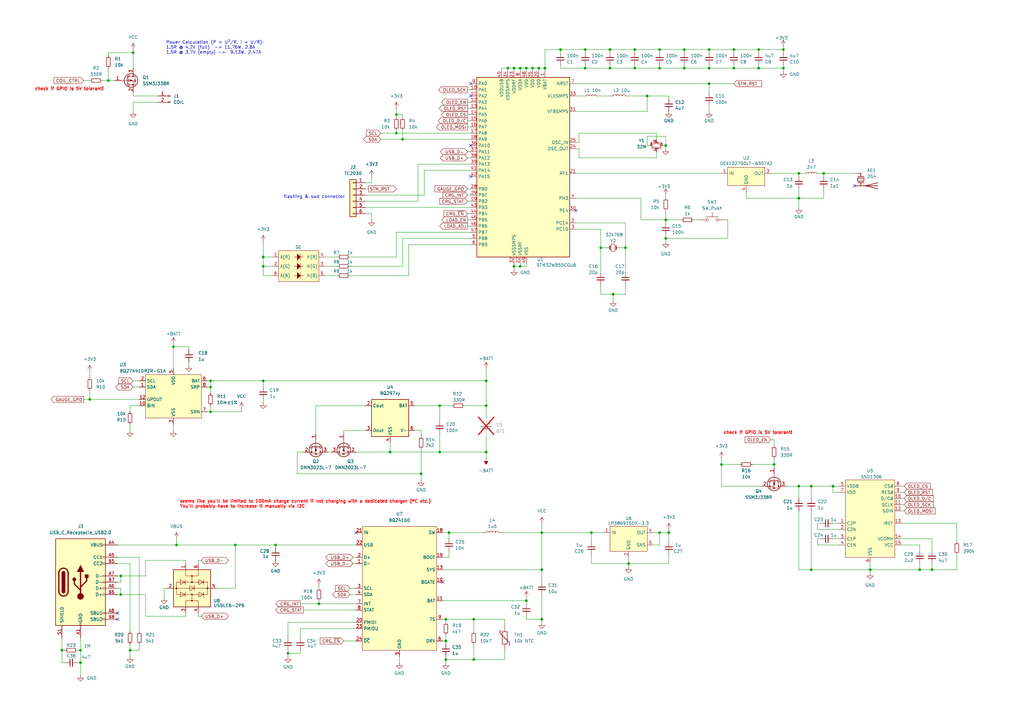
<source format=kicad_sch>
(kicad_sch (version 20231120) (generator "eeschema") (generator_version "8.0")
  (paper "A3")
  (junction (at 290.83 34.29))
  (junction (at 107.95 105.41))
  (junction (at 274.32 218.44))
  (junction (at 341.63 199.39))
  (junction (at 182.88 254))
  (junction (at 33.02 271.78))
  (junction (at 71.12 142.24))
  (junction (at 222.25 254))
  (junction (at 332.74 233.68))
  (junction (at 213.36 27.94))
  (junction (at 251.46 120.65))
  (junction (at 240.03 27.94))
  (junction (at 327.66 199.39))
  (junction (at 280.67 27.94))
  (junction (at 311.15 27.94))
  (junction (at 86.36 156.21))
  (junction (at 165.1 57.15))
  (junction (at 273.05 97.79))
  (junction (at 182.88 270.51))
  (junction (at 260.35 27.94))
  (junction (at 194.31 270.51))
  (junction (at 280.67 20.32))
  (junction (at 160.02 185.42))
  (junction (at 182.88 262.89))
  (junction (at 246.38 101.6))
  (junction (at 180.34 185.42))
  (junction (at 220.98 27.94))
  (junction (at 242.57 218.44))
  (junction (at 44.45 33.02))
  (junction (at 215.9 246.38))
  (junction (at 172.72 194.31))
  (junction (at 290.83 27.94))
  (junction (at 356.87 233.68))
  (junction (at 49.53 236.22))
  (junction (at 162.56 46.99))
  (junction (at 210.82 27.94))
  (junction (at 72.39 223.52))
  (junction (at 317.5 190.5))
  (junction (at 270.51 27.94))
  (junction (at 222.25 233.68))
  (junction (at 270.51 20.32))
  (junction (at 215.9 27.94))
  (junction (at 382.27 233.68))
  (junction (at 223.52 27.94))
  (junction (at 96.52 223.52))
  (junction (at 260.35 20.32))
  (junction (at 49.53 243.84))
  (junction (at 199.39 156.21))
  (junction (at 33.02 266.7))
  (junction (at 300.99 20.32))
  (junction (at 208.28 27.94))
  (junction (at 257.81 231.14))
  (junction (at 213.36 109.22))
  (junction (at 321.31 27.94))
  (junction (at 86.36 158.75))
  (junction (at 240.03 20.32))
  (junction (at 107.95 109.22))
  (junction (at 250.19 27.94))
  (junction (at 327.66 71.12))
  (junction (at 321.31 20.32))
  (junction (at 273.05 90.17))
  (junction (at 265.43 39.37))
  (junction (at 377.19 233.68))
  (junction (at 86.36 168.91))
  (junction (at 210.82 109.22))
  (junction (at 180.34 166.37))
  (junction (at 194.31 254))
  (junction (at 250.19 20.32))
  (junction (at 300.99 27.94))
  (junction (at 222.25 218.44))
  (junction (at 199.39 166.37))
  (junction (at 162.56 54.61))
  (junction (at 290.83 20.32))
  (junction (at 107.95 156.21))
  (junction (at 54.61 21.59))
  (junction (at 130.81 247.65))
  (junction (at 295.91 190.5))
  (junction (at 273.05 59.69))
  (junction (at 113.03 223.52))
  (junction (at 53.34 266.7))
  (junction (at 270.51 218.44))
  (junction (at 337.82 71.12))
  (junction (at 229.87 20.32))
  (junction (at 327.66 81.28))
  (junction (at 311.15 20.32))
  (junction (at 25.4 266.7))
  (junction (at 199.39 185.42))
  (junction (at 256.54 101.6))
  (junction (at 218.44 27.94))
  (junction (at 332.74 199.39))
  (junction (at 184.15 218.44))
  (junction (at 118.11 267.97))
  (junction (at 36.83 163.83))
  (no_connect (at 48.26 254))
  (no_connect (at 193.04 72.39))
  (no_connect (at 193.04 39.37))
  (no_connect (at 193.04 34.29))
  (no_connect (at 193.04 59.69))
  (no_connect (at 181.61 238.76))
  (no_connect (at 146.05 218.44))
  (no_connect (at 350.52 76.2))
  (no_connect (at 236.22 86.36))
  (no_connect (at 48.26 251.46))
  (wire (pts (xy 49.53 241.3) (xy 49.53 243.84)))
  (wire (pts (xy 81.28 229.87) (xy 82.55 229.87)))
  (wire (pts (xy 280.67 27.94) (xy 270.51 27.94)))
  (wire (pts (xy 149.86 82.55) (xy 171.45 82.55)))
  (wire (pts (xy 118.11 269.24) (xy 118.11 267.97)))
  (wire (pts (xy 48.26 243.84) (xy 49.53 243.84)))
  (wire (pts (xy 300.99 27.94) (xy 300.99 26.67)))
  (wire (pts (xy 160.02 185.42) (xy 146.05 185.42)))
  (wire (pts (xy 191.77 82.55) (xy 193.04 82.55)))
  (wire (pts (xy 123.19 247.65) (xy 130.81 247.65)))
  (wire (pts (xy 236.22 45.72) (xy 265.43 45.72)))
  (wire (pts (xy 248.92 101.6) (xy 246.38 101.6)))
  (wire (pts (xy 298.45 97.79) (xy 273.05 97.79)))
  (wire (pts (xy 267.97 223.52) (xy 270.51 223.52)))
  (wire (pts (xy 213.36 109.22) (xy 215.9 109.22)))
  (wire (pts (xy 33.02 271.78) (xy 33.02 276.86)))
  (wire (pts (xy 165.1 57.15) (xy 193.04 57.15)))
  (wire (pts (xy 210.82 27.94) (xy 210.82 29.21)))
  (wire (pts (xy 199.39 187.96) (xy 199.39 185.42)))
  (wire (pts (xy 327.66 233.68) (xy 327.66 209.55)))
  (wire (pts (xy 81.28 252.73) (xy 82.55 252.73)))
  (wire (pts (xy 180.34 166.37) (xy 185.42 166.37)))
  (wire (pts (xy 156.21 54.61) (xy 162.56 54.61)))
  (wire (pts (xy 213.36 107.95) (xy 213.36 109.22)))
  (wire (pts (xy 36.83 160.02) (xy 36.83 163.83)))
  (wire (pts (xy 86.36 156.21) (xy 86.36 158.75)))
  (wire (pts (xy 332.74 199.39) (xy 341.63 199.39)))
  (wire (pts (xy 54.61 39.37) (xy 64.77 39.37)))
  (wire (pts (xy 222.25 255.27) (xy 222.25 254)))
  (wire (pts (xy 250.19 27.94) (xy 250.19 26.67)))
  (wire (pts (xy 337.82 77.47) (xy 337.82 81.28)))
  (wire (pts (xy 236.22 93.98) (xy 246.38 93.98)))
  (wire (pts (xy 34.29 33.02) (xy 36.83 33.02)))
  (wire (pts (xy 295.91 190.5) (xy 303.53 190.5)))
  (wire (pts (xy 377.19 233.68) (xy 382.27 233.68)))
  (wire (pts (xy 171.45 67.31) (xy 193.04 67.31)))
  (wire (pts (xy 180.34 177.8) (xy 180.34 185.42)))
  (wire (pts (xy 240.03 20.32) (xy 229.87 20.32)))
  (wire (pts (xy 85.09 168.91) (xy 86.36 168.91)))
  (wire (pts (xy 256.54 101.6) (xy 254 101.6)))
  (wire (pts (xy 143.51 241.3) (xy 146.05 241.3)))
  (wire (pts (xy 265.43 59.69) (xy 266.7 59.69)))
  (wire (pts (xy 181.61 218.44) (xy 184.15 218.44)))
  (wire (pts (xy 71.12 142.24) (xy 77.47 142.24)))
  (wire (pts (xy 210.82 27.94) (xy 213.36 27.94)))
  (wire (pts (xy 280.67 27.94) (xy 290.83 27.94)))
  (wire (pts (xy 173.99 69.85) (xy 173.99 80.01)))
  (wire (pts (xy 86.36 156.21) (xy 107.95 156.21)))
  (wire (pts (xy 182.88 262.89) (xy 182.88 260.35)))
  (wire (pts (xy 274.32 39.37) (xy 274.32 40.64)))
  (wire (pts (xy 250.19 27.94) (xy 240.03 27.94)))
  (wire (pts (xy 290.83 27.94) (xy 300.99 27.94)))
  (wire (pts (xy 162.56 95.25) (xy 193.04 95.25)))
  (wire (pts (xy 270.51 218.44) (xy 270.51 223.52)))
  (wire (pts (xy 36.83 163.83) (xy 57.15 163.83)))
  (wire (pts (xy 107.95 105.41) (xy 107.95 109.22)))
  (wire (pts (xy 317.5 187.96) (xy 317.5 190.5)))
  (wire (pts (xy 133.35 109.22) (xy 138.43 109.22)))
  (wire (pts (xy 213.36 27.94) (xy 213.36 29.21)))
  (wire (pts (xy 134.62 185.42) (xy 135.89 185.42)))
  (wire (pts (xy 152.4 72.39) (xy 152.4 74.93)))
  (wire (pts (xy 222.25 214.63) (xy 222.25 218.44)))
  (wire (pts (xy 144.78 231.14) (xy 146.05 231.14)))
  (wire (pts (xy 273.05 90.17) (xy 279.4 90.17)))
  (wire (pts (xy 257.81 231.14) (xy 274.32 231.14)))
  (wire (pts (xy 335.28 223.52) (xy 344.17 223.52)))
  (wire (pts (xy 335.28 214.63) (xy 336.55 214.63)))
  (wire (pts (xy 25.4 266.7) (xy 25.4 271.78)))
  (wire (pts (xy 257.81 228.6) (xy 257.81 231.14)))
  (wire (pts (xy 322.58 199.39) (xy 327.66 199.39)))
  (wire (pts (xy 256.54 91.44) (xy 256.54 101.6)))
  (wire (pts (xy 341.63 201.93) (xy 341.63 199.39)))
  (wire (pts (xy 298.45 90.17) (xy 298.45 97.79)))
  (wire (pts (xy 107.95 165.1) (xy 107.95 163.83)))
  (wire (pts (xy 171.45 67.31) (xy 171.45 82.55)))
  (wire (pts (xy 53.34 264.16) (xy 53.34 266.7)))
  (wire (pts (xy 184.15 226.06) (xy 184.15 228.6)))
  (wire (pts (xy 107.95 113.03) (xy 111.76 113.03)))
  (wire (pts (xy 321.31 29.21) (xy 321.31 27.94)))
  (wire (pts (xy 316.23 71.12) (xy 327.66 71.12)))
  (wire (pts (xy 118.11 267.97) (xy 123.19 267.97)))
  (wire (pts (xy 265.43 55.88) (xy 273.05 55.88)))
  (wire (pts (xy 341.63 220.98) (xy 344.17 220.98)))
  (wire (pts (xy 222.25 233.68) (xy 222.25 238.76)))
  (wire (pts (xy 172.72 176.53) (xy 172.72 179.07)))
  (wire (pts (xy 218.44 27.94) (xy 220.98 27.94)))
  (wire (pts (xy 162.56 105.41) (xy 162.56 95.25)))
  (wire (pts (xy 129.54 177.8) (xy 129.54 166.37)))
  (wire (pts (xy 262.89 90.17) (xy 273.05 90.17)))
  (wire (pts (xy 130.81 247.65) (xy 146.05 247.65)))
  (wire (pts (xy 81.28 251.46) (xy 81.28 252.73)))
  (wire (pts (xy 71.12 140.97) (xy 71.12 142.24)))
  (wire (pts (xy 392.43 233.68) (xy 382.27 233.68)))
  (wire (pts (xy 220.98 27.94) (xy 223.52 27.94)))
  (wire (pts (xy 86.36 168.91) (xy 99.06 168.91)))
  (wire (pts (xy 382.27 231.14) (xy 382.27 233.68)))
  (wire (pts (xy 191.77 46.99) (xy 193.04 46.99)))
  (wire (pts (xy 156.21 57.15) (xy 165.1 57.15)))
  (wire (pts (xy 332.74 199.39) (xy 332.74 204.47)))
  (wire (pts (xy 242.57 222.25) (xy 242.57 218.44)))
  (wire (pts (xy 222.25 243.84) (xy 222.25 254)))
  (wire (pts (xy 265.43 39.37) (xy 274.32 39.37)))
  (wire (pts (xy 130.81 246.38) (xy 130.81 247.65)))
  (wire (pts (xy 86.36 156.21) (xy 85.09 156.21)))
  (wire (pts (xy 194.31 254) (xy 194.31 259.08)))
  (wire (pts (xy 222.25 218.44) (xy 242.57 218.44)))
  (wire (pts (xy 240.03 27.94) (xy 229.87 27.94)))
  (wire (pts (xy 392.43 214.63) (xy 392.43 222.25)))
  (wire (pts (xy 273.05 96.52) (xy 273.05 97.79)))
  (wire (pts (xy 54.61 41.91) (xy 64.77 41.91)))
  (wire (pts (xy 213.36 27.94) (xy 215.9 27.94)))
  (wire (pts (xy 280.67 20.32) (xy 290.83 20.32)))
  (wire (pts (xy 306.07 81.28) (xy 327.66 81.28)))
  (wire (pts (xy 215.9 254) (xy 215.9 252.73)))
  (wire (pts (xy 140.97 262.89) (xy 146.05 262.89)))
  (wire (pts (xy 54.61 158.75) (xy 57.15 158.75)))
  (wire (pts (xy 67.31 241.3) (xy 68.58 241.3)))
  (wire (pts (xy 273.05 86.36) (xy 273.05 90.17)))
  (wire (pts (xy 260.35 27.94) (xy 250.19 27.94)))
  (wire (pts (xy 152.4 90.17) (xy 152.4 87.63)))
  (wire (pts (xy 107.95 109.22) (xy 111.76 109.22)))
  (wire (pts (xy 86.36 166.37) (xy 86.36 168.91)))
  (wire (pts (xy 229.87 27.94) (xy 229.87 26.67)))
  (wire (pts (xy 356.87 233.68) (xy 377.19 233.68)))
  (wire (pts (xy 53.34 266.7) (xy 53.34 269.24)))
  (wire (pts (xy 256.54 120.65) (xy 251.46 120.65)))
  (wire (pts (xy 191.77 44.45) (xy 193.04 44.45)))
  (wire (pts (xy 215.9 246.38) (xy 215.9 245.11)))
  (wire (pts (xy 242.57 227.33) (xy 242.57 231.14)))
  (wire (pts (xy 182.88 262.89) (xy 182.88 264.16)))
  (wire (pts (xy 270.51 218.44) (xy 274.32 218.44)))
  (wire (pts (xy 133.35 105.41) (xy 138.43 105.41)))
  (wire (pts (xy 143.51 243.84) (xy 146.05 243.84)))
  (wire (pts (xy 335.28 220.98) (xy 335.28 223.52)))
  (wire (pts (xy 250.19 20.32) (xy 240.03 20.32)))
  (wire (pts (xy 321.31 19.05) (xy 321.31 20.32)))
  (wire (pts (xy 327.66 77.47) (xy 327.66 81.28)))
  (wire (pts (xy 165.1 109.22) (xy 165.1 97.79)))
  (wire (pts (xy 140.97 177.8) (xy 140.97 176.53)))
  (wire (pts (xy 33.02 266.7) (xy 33.02 271.78)))
  (wire (pts (xy 317.5 190.5) (xy 317.5 191.77)))
  (wire (pts (xy 237.49 58.42) (xy 237.49 54.61)))
  (wire (pts (xy 133.35 113.03) (xy 138.43 113.03)))
  (wire (pts (xy 311.15 27.94) (xy 311.15 26.67)))
  (wire (pts (xy 194.31 264.16) (xy 194.31 270.51)))
  (wire (pts (xy 236.22 34.29) (xy 290.83 34.29)))
  (wire (pts (xy 34.29 163.83) (xy 36.83 163.83)))
  (wire (pts (xy 59.69 243.84) (xy 59.69 252.73)))
  (wire (pts (xy 327.66 71.12) (xy 327.66 72.39)))
  (wire (pts (xy 298.45 90.17) (xy 297.18 90.17)))
  (wire (pts (xy 317.5 180.34) (xy 317.5 182.88)))
  (wire (pts (xy 152.4 74.93) (xy 149.86 74.93)))
  (wire (pts (xy 180.34 185.42) (xy 199.39 185.42)))
  (wire (pts (xy 273.05 55.88) (xy 273.05 59.69)))
  (wire (pts (xy 327.66 81.28) (xy 327.66 85.09)))
  (wire (pts (xy 86.36 158.75) (xy 86.36 161.29)))
  (wire (pts (xy 152.4 87.63) (xy 149.86 87.63)))
  (wire (pts (xy 257.81 39.37) (xy 265.43 39.37)))
  (wire (pts (xy 236.22 91.44) (xy 256.54 91.44)))
  (wire (pts (xy 369.57 207.01) (xy 370.84 207.01)))
  (wire (pts (xy 191.77 90.17) (xy 193.04 90.17)))
  (wire (pts (xy 193.04 64.77) (xy 191.77 64.77)))
  (wire (pts (xy 257.81 231.14) (xy 257.81 232.41)))
  (wire (pts (xy 123.19 257.81) (xy 146.05 257.81)))
  (wire (pts (xy 215.9 246.38) (xy 215.9 247.65)))
  (wire (pts (xy 31.75 271.78) (xy 33.02 271.78)))
  (wire (pts (xy 321.31 26.67) (xy 321.31 27.94)))
  (wire (pts (xy 295.91 199.39) (xy 312.42 199.39)))
  (wire (pts (xy 85.09 158.75) (xy 86.36 158.75)))
  (wire (pts (xy 369.57 209.55) (xy 370.84 209.55)))
  (wire (pts (xy 194.31 270.51) (xy 207.01 270.51)))
  (wire (pts (xy 44.45 27.94) (xy 44.45 33.02)))
  (wire (pts (xy 337.82 71.12) (xy 350.52 71.12)))
  (wire (pts (xy 194.31 254) (xy 207.01 254)))
  (wire (pts (xy 265.43 59.69) (xy 265.43 55.88)))
  (wire (pts (xy 182.88 270.51) (xy 194.31 270.51)))
  (wire (pts (xy 124.46 185.42) (xy 121.92 185.42)))
  (wire (pts (xy 269.24 54.61) (xy 269.24 57.15)))
  (wire (pts (xy 48.26 231.14) (xy 53.34 231.14)))
  (wire (pts (xy 182.88 255.27) (xy 182.88 254)))
  (wire (pts (xy 149.86 85.09) (xy 193.04 85.09)))
  (wire (pts (xy 240.03 27.94) (xy 240.03 26.67)))
  (wire (pts (xy 48.26 238.76) (xy 49.53 238.76)))
  (wire (pts (xy 223.52 20.32) (xy 223.52 27.94)))
  (wire (pts (xy 236.22 39.37) (xy 240.03 39.37)))
  (wire (pts (xy 124.46 250.19) (xy 146.05 250.19)))
  (wire (pts (xy 49.53 236.22) (xy 59.69 236.22)))
  (wire (pts (xy 81.28 229.87) (xy 81.28 231.14)))
  (wire (pts (xy 337.82 71.12) (xy 335.28 71.12)))
  (wire (pts (xy 149.86 80.01) (xy 173.99 80.01)))
  (wire (pts (xy 269.24 62.23) (xy 269.24 64.77)))
  (wire (pts (xy 107.95 156.21) (xy 107.95 158.75)))
  (wire (pts (xy 223.52 20.32) (xy 229.87 20.32)))
  (wire (pts (xy 332.74 233.68) (xy 356.87 233.68)))
  (wire (pts (xy 57.15 166.37) (xy 53.34 166.37)))
  (wire (pts (xy 240.03 20.32) (xy 240.03 21.59)))
  (wire (pts (xy 48.26 236.22) (xy 49.53 236.22)))
  (wire (pts (xy 199.39 166.37) (xy 199.39 171.45)))
  (wire (pts (xy 218.44 27.94) (xy 218.44 29.21)))
  (wire (pts (xy 143.51 105.41) (xy 162.56 105.41)))
  (wire (pts (xy 295.91 190.5) (xy 295.91 199.39)))
  (wire (pts (xy 270.51 20.32) (xy 280.67 20.32)))
  (wire (pts (xy 96.52 223.52) (xy 113.03 223.52)))
  (wire (pts (xy 53.34 176.53) (xy 53.34 173.99)))
  (wire (pts (xy 191.77 41.91) (xy 193.04 41.91)))
  (wire (pts (xy 191.77 77.47) (xy 193.04 77.47)))
  (wire (pts (xy 59.69 229.87) (xy 76.2 229.87)))
  (wire (pts (xy 223.52 27.94) (xy 223.52 29.21)))
  (wire (pts (xy 295.91 187.96) (xy 295.91 190.5)))
  (wire (pts (xy 256.54 120.65) (xy 256.54 116.84)))
  (wire (pts (xy 36.83 152.4) (xy 36.83 154.94)))
  (wire (pts (xy 163.83 271.78) (xy 163.83 269.24)))
  (wire (pts (xy 306.07 78.74) (xy 306.07 81.28)))
  (wire (pts (xy 242.57 218.44) (xy 247.65 218.44)))
  (wire (pts (xy 280.67 27.94) (xy 280.67 26.67)))
  (wire (pts (xy 76.2 229.87) (xy 76.2 231.14)))
  (wire (pts (xy 181.61 246.38) (xy 215.9 246.38)))
  (wire (pts (xy 162.56 44.45) (xy 162.56 46.99)))
  (wire (pts (xy 377.19 231.14) (xy 377.19 233.68)))
  (wire (pts (xy 113.03 224.79) (xy 113.03 223.52)))
  (wire (pts (xy 107.95 105.41) (xy 111.76 105.41)))
  (wire (pts (xy 290.83 38.1) (xy 290.83 34.29)))
  (wire (pts (xy 290.83 20.32) (xy 290.83 21.59)))
  (wire (pts (xy 107.95 99.06) (xy 107.95 105.41)))
  (wire (pts (xy 71.12 176.53) (xy 71.12 173.99)))
  (wire (pts (xy 215.9 107.95) (xy 215.9 109.22)))
  (wire (pts (xy 222.25 254) (xy 215.9 254)))
  (wire (pts (xy 290.83 45.72) (xy 290.83 43.18)))
  (wire (pts (xy 172.72 184.15) (xy 172.72 194.31)))
  (wire (pts (xy 199.39 179.07) (xy 199.39 185.42)))
  (wire (pts (xy 260.35 20.32) (xy 260.35 21.59)))
  (wire (pts (xy 205.74 29.21) (xy 205.74 27.94)))
  (wire (pts (xy 140.97 176.53) (xy 149.86 176.53)))
  (wire (pts (xy 77.47 142.24) (xy 77.47 143.51)))
  (wire (pts (xy 25.4 271.78) (xy 26.67 271.78)))
  (wire (pts (xy 54.61 45.72) (xy 54.61 41.91)))
  (wire (pts (xy 207.01 254) (xy 207.01 256.54)))
  (wire (pts (xy 316.23 180.34) (xy 317.5 180.34)))
  (wire (pts (xy 173.99 69.85) (xy 193.04 69.85)))
  (wire (pts (xy 59.69 236.22) (xy 59.69 229.87)))
  (wire (pts (xy 181.61 262.89) (xy 182.88 262.89)))
  (wire (pts (xy 327.66 81.28) (xy 337.82 81.28)))
  (wire (pts (xy 59.69 252.73) (xy 76.2 252.73)))
  (wire (pts (xy 184.15 218.44) (xy 198.12 218.44)))
  (wire (pts (xy 208.28 27.94) (xy 208.28 29.21)))
  (wire (pts (xy 184.15 218.44) (xy 184.15 220.98)))
  (wire (pts (xy 237.49 64.77) (xy 237.49 60.96)))
  (wire (pts (xy 162.56 54.61) (xy 193.04 54.61)))
  (wire (pts (xy 251.46 123.19) (xy 251.46 120.65)))
  (wire (pts (xy 210.82 109.22) (xy 213.36 109.22)))
  (wire (pts (xy 321.31 20.32) (xy 321.31 21.59)))
  (wire (pts (xy 237.49 64.77) (xy 269.24 64.77)))
  (wire (pts (xy 48.26 241.3) (xy 49.53 241.3)))
  (wire (pts (xy 54.61 21.59) (xy 54.61 27.94)))
  (wire (pts (xy 77.47 148.59) (xy 77.47 149.86)))
  (wire (pts (xy 167.64 100.33) (xy 193.04 100.33)))
  (wire (pts (xy 25.4 266.7) (xy 26.67 266.7)))
  (wire (pts (xy 274.32 218.44) (xy 274.32 222.25)))
  (wire (pts (xy 208.28 27.94) (xy 210.82 27.94)))
  (wire (pts (xy 215.9 27.94) (xy 215.9 29.21)))
  (wire (pts (xy 54.61 20.32) (xy 54.61 21.59)))
  (wire (pts (xy 165.1 46.99) (xy 162.56 46.99)))
  (wire (pts (xy 284.48 90.17) (xy 287.02 90.17)))
  (wire (pts (xy 31.75 266.7) (xy 33.02 266.7)))
  (wire (pts (xy 190.5 166.37) (xy 199.39 166.37)))
  (wire (pts (xy 49.53 243.84) (xy 59.69 243.84)))
  (wire (pts (xy 270.51 20.32) (xy 260.35 20.32)))
  (wire (pts (xy 246.38 120.65) (xy 246.38 116.84)))
  (wire (pts (xy 327.66 233.68) (xy 332.74 233.68)))
  (wire (pts (xy 341.63 214.63) (xy 344.17 214.63)))
  (wire (pts (xy 236.22 81.28) (xy 262.89 81.28)))
  (wire (pts (xy 369.57 204.47) (xy 370.84 204.47)))
  (wire (pts (xy 191.77 36.83) (xy 193.04 36.83)))
  (wire (pts (xy 262.89 81.28) (xy 262.89 90.17)))
  (wire (pts (xy 123.19 267.97) (xy 123.19 266.7)))
  (wire (pts (xy 123.19 261.62) (xy 123.19 257.81)))
  (wire (pts (xy 356.87 233.68) (xy 356.87 234.95)))
  (wire (pts (xy 130.81 240.03) (xy 130.81 241.3)))
  (wire (pts (xy 165.1 48.26) (xy 165.1 46.99)))
  (wire (pts (xy 165.1 97.79) (xy 193.04 97.79)))
  (wire (pts (xy 53.34 231.14) (xy 53.34 259.08)))
  (wire (pts (xy 76.2 252.73) (xy 76.2 251.46)))
  (wire (pts (xy 191.77 49.53) (xy 193.04 49.53)))
  (wire (pts (xy 327.66 199.39) (xy 327.66 204.47)))
  (wire (pts (xy 270.51 27.94) (xy 260.35 27.94)))
  (wire (pts (xy 57.15 266.7) (xy 53.34 266.7)))
  (wire (pts (xy 270.51 20.32) (xy 270.51 21.59)))
  (wire (pts (xy 369.57 201.93) (xy 370.84 201.93)))
  (wire (pts (xy 273.05 60.96) (xy 273.05 59.69)))
  (wire (pts (xy 167.64 113.03) (xy 167.64 100.33)))
  (wire (pts (xy 392.43 227.33) (xy 392.43 233.68)))
  (wire (pts (xy 170.18 166.37) (xy 180.34 166.37)))
  (wire (pts (xy 118.11 267.97) (xy 118.11 266.7)))
  (wire (pts (xy 327.66 199.39) (xy 332.74 199.39)))
  (wire (pts (xy 172.72 194.31) (xy 121.92 194.31)))
  (wire (pts (xy 311.15 27.94) (xy 321.31 27.94)))
  (wire (pts (xy 191.77 87.63) (xy 193.04 87.63)))
  (wire (pts (xy 356.87 231.14) (xy 356.87 233.68)))
  (wire (pts (xy 290.83 34.29) (xy 300.99 34.29)))
  (wire (pts (xy 143.51 109.22) (xy 165.1 109.22)))
  (wire (pts (xy 330.2 71.12) (xy 327.66 71.12)))
  (wire (pts (xy 129.54 166.37) (xy 149.86 166.37)))
  (wire (pts (xy 44.45 21.59) (xy 54.61 21.59)))
  (wire (pts (xy 210.82 107.95) (xy 210.82 109.22)))
  (wire (pts (xy 267.97 218.44) (xy 270.51 218.44)))
  (wire (pts (xy 335.28 220.98) (xy 336.55 220.98)))
  (wire (pts (xy 260.35 27.94) (xy 260.35 26.67)))
  (wire (pts (xy 220.98 27.94) (xy 220.98 29.21)))
  (wire (pts (xy 290.83 27.94) (xy 290.83 26.67)))
  (wire (pts (xy 265.43 45.72) (xy 265.43 39.37)))
  (wire (pts (xy 191.77 80.01) (xy 193.04 80.01)))
  (wire (pts (xy 290.83 20.32) (xy 300.99 20.32)))
  (wire (pts (xy 205.74 27.94) (xy 208.28 27.94)))
  (wire (pts (xy 72.39 223.52) (xy 96.52 223.52)))
  (wire (pts (xy 256.54 101.6) (xy 256.54 111.76)))
  (wire (pts (xy 191.77 92.71) (xy 193.04 92.71)))
  (wire (pts (xy 49.53 238.76) (xy 49.53 236.22)))
  (wire (pts (xy 273.05 97.79) (xy 273.05 99.06)))
  (wire (pts (xy 48.26 228.6) (xy 57.15 228.6)))
  (wire (pts (xy 182.88 254) (xy 181.61 254)))
  (wire (pts (xy 180.34 166.37) (xy 180.34 172.72)))
  (wire (pts (xy 377.19 223.52) (xy 369.57 223.52)))
  (wire (pts (xy 182.88 271.78) (xy 182.88 270.51)))
  (wire (pts (xy 274.32 231.14) (xy 274.32 227.33)))
  (wire (pts (xy 182.88 270.51) (xy 182.88 269.24)))
  (wire (pts (xy 236.22 71.12) (xy 295.91 71.12)))
  (wire (pts (xy 222.25 218.44) (xy 222.25 233.68)))
  (wire (pts (xy 273.05 80.01) (xy 273.05 81.28)))
  (wire (pts (xy 165.1 53.34) (xy 165.1 57.15)))
  (wire (pts (xy 191.77 52.07) (xy 193.04 52.07)))
  (wire (pts (xy 57.15 228.6) (xy 57.15 259.08)))
  (wire (pts (xy 143.51 113.03) (xy 167.64 113.03)))
  (wire (pts (xy 72.39 220.98) (xy 72.39 223.52)))
  (wire (pts (xy 107.95 156.21) (xy 199.39 156.21)))
  (wire (pts (xy 107.95 109.22) (xy 107.95 113.03)))
  (wire (pts (xy 245.11 39.37) (xy 250.19 39.37)))
  (wire (pts (xy 369.57 214.63) (xy 392.43 214.63)))
  (wire (pts (xy 341.63 199.39) (xy 344.17 199.39)))
  (wire (pts (xy 344.17 201.93) (xy 341.63 201.93)))
  (wire (pts (xy 311.15 20.32) (xy 321.31 20.32)))
  (wire (pts (xy 237.49 54.61) (xy 269.24 54.61)))
  (wire (pts (xy 207.01 266.7) (xy 207.01 270.51)))
  (wire (pts (xy 44.45 33.02) (xy 46.99 33.02)))
  (wire (pts (xy 67.31 241.3) (xy 67.31 245.11)))
  (wire (pts (xy 25.4 261.62) (xy 25.4 266.7)))
  (wire (pts (xy 377.19 226.06) (xy 377.19 223.52)))
  (wire (pts (xy 33.02 261.62) (xy 33.02 266.7)))
  (wire (pts (xy 229.87 20.32) (xy 229.87 21.59)))
  (wire (pts (xy 54.61 38.1) (xy 54.61 39.37)))
  (wire (pts (xy 118.11 261.62) (xy 118.11 255.27)))
  (wire (pts (xy 151.13 77.47) (xy 149.86 77.47)))
  (wire (pts (xy 199.39 151.13) (xy 199.39 156.21)))
  (wire (pts (xy 71.12 142.24) (xy 71.12 151.13)))
  (wire (pts (xy 181.61 228.6) (xy 184.15 228.6)))
  (wire (pts (xy 96.52 241.3) (xy 96.52 223.52)))
  (wire (pts (xy 162.56 48.26) (xy 162.56 46.99)))
  (wire (pts (xy 160.02 181.61) (xy 160.02 185.42)))
  (wire (pts (xy 369.57 199.39) (xy 370.84 199.39)))
  (wire (pts (xy 88.9 241.3) (xy 96.52 241.3)))
  (wire (pts (xy 280.67 20.32) (xy 280.67 21.59)))
  (wire (pts (xy 335.28 214.63) (xy 335.28 217.17)))
  (wire (pts (xy 337.82 71.12) (xy 337.82 72.39)))
  (wire (pts (xy 251.46 120.65) (xy 246.38 120.65)))
  (wire (pts (xy 210.82 109.22) (xy 210.82 110.49)))
  (wire (pts (xy 274.32 218.44) (xy 274.32 217.17)))
  (wire (pts (xy 144.78 228.6) (xy 146.05 228.6)))
  (wire (pts (xy 99.06 167.64) (xy 99.06 168.91)))
  (wire (pts (xy 332.74 209.55) (xy 332.74 233.68)))
  (wire (pts (xy 270.51 27.94) (xy 270.51 26.67)))
  (wire (pts (xy 215.9 27.94) (xy 218.44 27.94)))
  (wire (pts (xy 246.38 101.6) (xy 246.38 111.76)))
  (wire (pts (xy 57.15 264.16) (xy 57.15 266.7)))
  (wire (pts (xy 308.61 190.5) (xy 317.5 190.5)))
  (wire (pts (xy 311.15 20.32) (xy 311.15 21.59)))
  (wire (pts (xy 250.19 20.32) (xy 250.19 21.59)))
  (wire (pts (xy 48.26 223.52) (xy 72.39 223.52)))
  (wire (pts (xy 237.49 60.96) (xy 236.22 60.96)))
  (wire (pts (xy 199.39 156.21) (xy 199.39 166.37)))
  (wire (pts (xy 170.18 176.53) (xy 172.72 176.53)))
  (wire (pts (xy 54.61 156.21) (xy 57.15 156.21)))
  (wire (pts (xy 121.92 185.42) (xy 121.92 194.31)))
  (wire (pts (xy 300.99 27.94) (xy 311.15 27.94)))
  (wire (pts (xy 300.99 20.32) (xy 311.15 20.32)))
  (wire (pts (xy 369.57 220.98) (xy 382.27 220.98)))
  (wire (pts (xy 113.03 223.52) (xy 146.05 223.52)))
  (wire (pts (xy 118.11 255.27) (xy 146.05 255.27)))
  (wire (pts (xy 382.27 226.06) (xy 382.27 220.98)))
  (wire (pts (xy 162.56 53.34) (xy 162.56 54.61)))
  (wire (pts (xy 205.74 218.44) (xy 222.25 218.44)))
  (wire (pts (xy 172.72 194.31) (xy 172.72 196.85)))
  (wire (pts (xy 237.49 58.42) (xy 236.22 58.42)))
  (wire (pts (xy 260.35 20.32) (xy 250.19 20.32)))
  (wire (pts (xy 181.61 233.68) (xy 222.25 233.68)))
  (wire (pts (xy 246.38 93.98) (xy 246.38 101.6)))
  (wire (pts (xy 160.02 185.42) (xy 180.34 185.42)))
  (wire (pts (xy 53.34 166.37) (xy 53.34 168.91)))
  (wire (pts (xy 182.88 254) (xy 194.31 254)))
  (wire (pts (xy 41.91 33.02) (xy 44.45 33.02)))
  (wire (pts (xy 271.78 59.69) (xy 273.05 59.69)))
  (wire (pts (xy 44.45 22.86) (xy 44.45 21.59)))
  (wire (pts (xy 300.99 20.32) (xy 300.99 21.59)))
  (wire (pts (xy 335.28 217.17) (xy 344.17 217.17)))
  (wire (pts (xy 242.57 231.14) (xy 257.81 231.14)))
  (wire (pts (xy 193.04 62.23) (xy 191.77 62.23)))
  (wire (pts (xy 273.05 90.17) (xy 273.05 91.44)))
  (text "check if GPIO is 5V tolerant!" (at 28.448 36.576 0) (effects (font (size 1.27 1.27) (thickness 0.254) (bold yes))))
  (text "Power Calculation (P = U²/R, I = U/R):\n1.5R @ 4.2V (full)  -> 11.76W, 2.8A\n1.5R @ 3.7V (empty) ->  9.13W, 2.47A" (at 68.072 19.558 0) (effects (font (size 1.27 1.27)) (justify left)))
  (text "flashing & swd connector" (at 141.478 81.534 0) (effects (font (size 1.27 1.27)) (justify right bottom)))
  (text "check if GPIO is 5V tolerant!" (at 310.896 177.546 0) (effects (font (size 1.27 1.27) (thickness 0.254) (bold yes))))
  (text "seems like you'll be limited to 100mA charge current if not charging with a dedicated charger (PC etc.)\nYou'll probably have to increase it manually via I2C" (at 73.66 206.756 0) (effects (font (size 1.27 1.27) (thickness 0.254) (bold yes)) (justify left)))
  (global_label "USB_D-" (shape bidirectional) (at 82.55 229.87 0) (property "Intersheetrefs" "${INTERSHEET_REFS}" (effects (hide yes))))
  (global_label "SCL" (shape input) (at 156.21 54.61 180) (property "Intersheetrefs" "${INTERSHEET_REFS}" (effects (hide yes))))
  (global_label "SCL" (shape input) (at 143.51 241.3 180) (property "Intersheetrefs" "${INTERSHEET_REFS}" (effects (hide yes))))
  (global_label "OLED_EN" (shape input) (at 316.23 180.34 180) (property "Intersheetrefs" "${INTERSHEET_REFS}" (effects (hide yes))))
  (global_label "SDA" (shape bidirectional) (at 54.61 158.75 180) (property "Intersheetrefs" "${INTERSHEET_REFS}" (effects (hide yes))))
  (global_label "CRG_INT" (shape output) (at 123.19 247.65 180) (property "Intersheetrefs" "${INTERSHEET_REFS}" (effects (hide yes))))
  (global_label "USB_D+" (shape bidirectional) (at 191.77 64.77 180) (property "Intersheetrefs" "${INTERSHEET_REFS}" (effects (hide yes))))
  (global_label "USB_D-" (shape bidirectional) (at 191.77 62.23 180) (property "Intersheetrefs" "${INTERSHEET_REFS}" (effects (hide yes))))
  (global_label "LOAD_EN" (shape output) (at 191.77 90.17 180) (property "Intersheetrefs" "${INTERSHEET_REFS}" (effects (hide yes))))
  (global_label "OLED_CS" (shape input) (at 370.84 199.39 0) (property "Intersheetrefs" "${INTERSHEET_REFS}" (effects (hide yes))))
  (global_label "SCL" (shape input) (at 54.61 156.21 180) (property "Intersheetrefs" "${INTERSHEET_REFS}" (effects (hide yes))))
  (global_label "OLED_MOSI" (shape input) (at 370.84 209.55 0) (property "Intersheetrefs" "${INTERSHEET_REFS}" (effects (hide yes))))
  (global_label "OLED_RST" (shape output) (at 191.77 44.45 180) (property "Intersheetrefs" "${INTERSHEET_REFS}" (effects (hide yes))))
  (global_label "OLED_MOSI" (shape output) (at 191.77 52.07 180) (property "Intersheetrefs" "${INTERSHEET_REFS}" (effects (hide yes))))
  (global_label "USB_D+" (shape bidirectional) (at 144.78 228.6 180) (property "Intersheetrefs" "${INTERSHEET_REFS}" (effects (hide yes))))
  (global_label "GAUGE_GPO" (shape input) (at 191.77 77.47 180) (property "Intersheetrefs" "${INTERSHEET_REFS}" (effects (hide yes))))
  (global_label "LOAD_ADJ" (shape output) (at 191.77 92.71 180) (property "Intersheetrefs" "${INTERSHEET_REFS}" (effects (hide yes))))
  (global_label "GAUGE_GPO" (shape output) (at 34.29 163.83 180) (property "Intersheetrefs" "${INTERSHEET_REFS}" (effects (hide yes))))
  (global_label "STM_RST " (shape output) (at 151.13 77.47 0) (property "Intersheetrefs" "${INTERSHEET_REFS}" (effects (hide yes))))
  (global_label "CRG_~{EN}" (shape input) (at 191.77 87.63 180) (property "Intersheetrefs" "${INTERSHEET_REFS}" (effects (hide yes))))
  (global_label "CRG_INT" (shape input) (at 191.77 80.01 180) (property "Intersheetrefs" "${INTERSHEET_REFS}" (effects (hide yes))))
  (global_label "STM_RST " (shape input) (at 300.99 34.29 0) (property "Intersheetrefs" "${INTERSHEET_REFS}" (effects (hide yes))))
  (global_label "CRG_~{EN}" (shape input) (at 140.97 262.89 180) (property "Intersheetrefs" "${INTERSHEET_REFS}" (effects (hide yes))))
  (global_label "OLED_D{slash}C" (shape output) (at 191.77 49.53 180) (property "Intersheetrefs" "${INTERSHEET_REFS}" (effects (hide yes))))
  (global_label "OLED_SCK" (shape input) (at 370.84 207.01 0) (property "Intersheetrefs" "${INTERSHEET_REFS}" (effects (hide yes))))
  (global_label "USB_D+" (shape bidirectional) (at 82.55 252.73 0) (property "Intersheetrefs" "${INTERSHEET_REFS}" (effects (hide yes))))
  (global_label "COIL_CTRL" (shape input) (at 34.29 33.02 180) (property "Intersheetrefs" "${INTERSHEET_REFS}" (effects (hide yes))))
  (global_label "CRG_STAT" (shape input) (at 191.77 82.55 180) (property "Intersheetrefs" "${INTERSHEET_REFS}" (effects (hide yes))))
  (global_label "CRG_STAT" (shape output) (at 124.46 250.19 180) (property "Intersheetrefs" "${INTERSHEET_REFS}" (effects (hide yes))))
  (global_label "OLED_CS" (shape output) (at 191.77 46.99 180) (property "Intersheetrefs" "${INTERSHEET_REFS}" (effects (hide yes))))
  (global_label "OLED_D{slash}C" (shape input) (at 370.84 204.47 0) (property "Intersheetrefs" "${INTERSHEET_REFS}" (effects (hide yes))))
  (global_label "OLED_SCK" (shape output) (at 191.77 36.83 180) (property "Intersheetrefs" "${INTERSHEET_REFS}" (effects (hide yes))))
  (global_label "USB_D-" (shape bidirectional) (at 144.78 231.14 180) (property "Intersheetrefs" "${INTERSHEET_REFS}" (effects (hide yes))))
  (global_label "SDA" (shape bidirectional) (at 156.21 57.15 180) (property "Intersheetrefs" "${INTERSHEET_REFS}" (effects (hide yes))))
  (global_label "OLED_EN" (shape output) (at 191.77 41.91 180) (property "Intersheetrefs" "${INTERSHEET_REFS}" (effects (hide yes))))
  (global_label "OLED_RST" (shape input) (at 370.84 201.93 0) (property "Intersheetrefs" "${INTERSHEET_REFS}" (effects (hide yes))))
  (global_label "SDA" (shape bidirectional) (at 143.51 243.84 180) (property "Intersheetrefs" "${INTERSHEET_REFS}" (effects (hide yes))))
  (symbol (lib_id "Device:C_Small") (at 321.31 24.13 0) (mirror x) (unit 1)
    (property "Reference" "C10" (at 323.85 25.3937 0) (effects (justify left)))
    (property "Value" "4u7" (at 323.85 22.8537 0) (effects (justify left)))
    (property "Footprint" "Capacitor_SMD:C_1206_3216Metric" (effects (hide yes)))
    (property "Digikey_MPN" "C1206C475K5RAC7800" (effects (hide yes)))
  )
  (symbol (lib_id "power:GND") (at 77.47 149.86 0) (unit 1)
    (property "Reference" "#PWR018" (effects (hide yes)))
    (property "Value" "GND" (effects (hide yes)))
  )
  (symbol (lib_id "Device:C_Small") (at 337.82 74.93 0) (unit 1)
    (property "Reference" "C14" (at 340.36 73.6663 0) (effects (justify left)))
    (property "Value" "1p1" (at 340.36 76.2063 0) (effects (justify left)))
    (property "Footprint" "Capacitor_SMD:C_0603_1608Metric" (effects (hide yes)))
    (property "Digikey_MPN" " CBR06C119B5GAC" (effects (hide yes)))
  )
  (symbol (lib_id "Device:C_Small") (at 290.83 24.13 0) (mirror x) (unit 1)
    (property "Reference" "C7" (at 293.37 25.3937 0) (effects (justify left)))
    (property "Value" "100n" (at 293.37 22.8537 0) (effects (justify left)))
    (property "Footprint" "Capacitor_SMD:C_0603_1608Metric" (effects (hide yes)))
    (property "Digikey_MPN" " C0603C104K5RAC7411" (effects (hide yes)))
  )
  (symbol (lib_id "power:+3V3") (at 321.31 19.05 0) (unit 1)
    (property "Reference" "#PWR01" (effects (hide yes)))
    (property "Value" "+3V3" (at 320.548 15.494 0))
    (property "Description" "Power symbol creates a global label with name \"+3V3\"" (effects (hide yes)))
  )
  (symbol (lib_id "power:GND") (at 273.05 99.06 0) (unit 1)
    (property "Reference" "#PWR014" (effects (hide yes)))
    (property "Value" "GND" (at 273.05 104.14 0))
  )
  (symbol (lib_id "Device:L_Small") (at 332.74 71.12 270) (mirror x) (unit 1)
    (property "Reference" "L3" (at 332.74 66.04 90))
    (property "Value" "2n7" (at 332.74 68.58 90))
    (property "Footprint" "Capacitor_SMD:C_0603_1608Metric" (effects (hide yes)))
    (property "Datasheet" "https://www.johansontechnology.com/downloads/jti-cat-rf-ind.pdf" (effects (hide yes)))
    (property "Distrubuter Link" "https://www.digikey.com/en/products/detail/johanson-technology-inc/LRC0603CS2N7GV001T/1561291" (effects (hide yes)))
    (property "Digikey_MPN" "712-LRC0603CS2N7GV001TTR-ND" (effects (hide yes)))
  )
  (symbol (lib_id "MCU_ST_STM32WB:STM32WB55CGUx") (at 215.9 69.85 0) (mirror y) (unit 1)
    (property "Reference" "U1" (at 223.012 106.426 0) (effects (justify left)))
    (property "Value" "STM32WB55CGU6" (at 236.474 108.712 0) (effects (justify left)))
    (property "Footprint" "Package_DFN_QFN:QFN-48-1EP_7x7mm_P0.5mm_EP5.6x5.6mm" (effects (hide yes)))
    (property "Datasheet" "https://www.st.com/resource/en/datasheet/stm32wb55cg.pdf" (effects (hide yes)))
    (property "Distrubuter Link" "https://www.digikey.com/en/products/detail/stmicroelectronics/STM32WB55CGU6/9919554" (effects (hide yes)))
    (property "Application Note" "https://www.st.com/resource/en/application_note/an5165-how-to-develop-rf-hardware-using-stm32wb-microcontrollers-stmicroelectronics.pdf" (effects (hide yes)))
    (property "Digikey_MPN" "497-18489-ND" (effects (hide yes)))
  )
  (symbol (lib_id "Device:L_Small") (at 242.57 39.37 270) (mirror x) (unit 1)
    (property "Reference" "L1" (at 240.792 37.084 90))
    (property "Value" "10n" (at 244.602 37.084 90))
    (property "Footprint" "Capacitor_SMD:C_0603_1608Metric" (effects (hide yes)))
    (property "Datasheet" "https://www.we-online.com/components/products/datasheet/7447860110.pdf" (effects (hide yes)))
    (property "Distrubuter Link" "https://www.digikey.com/en/products/detail/w%C3%BCrth-elektronik/7447860110/12726561" (effects (hide yes)))
    (property "Digikey_MPN" "  732-7447860110TR-ND" (effects (hide yes)))
  )
  (symbol (lib_id "Device:C_Small") (at 182.88 266.7 0) (unit 1)
    (property "Reference" "C35" (at 185.42 265.4362 0) (effects (justify left)))
    (property "Value" "1u" (at 185.42 267.9762 0) (effects (justify left)))
    (property "Footprint" "Capacitor_SMD:C_0805_2012Metric" (effects (hide yes)))
    (property "Digikey_MPN" "C0805C105K5RAC7800" (effects (hide yes)))
  )
  (symbol (lib_id "Device:R_Small") (at 172.72 181.61 0) (mirror x) (unit 1)
    (property "Reference" "R14" (at 174.498 180.34 0) (effects (justify left)))
    (property "Value" "2k2" (at 174.498 182.626 0) (effects (justify left)))
    (property "Footprint" "Resistor_SMD:R_0603_1608Metric" (effects (hide yes)))
    (property "Digikey_MPN" "RC0603FR-132K2L" (effects (hide yes)))
  )
  (symbol (lib_id "power:GND") (at 113.03 229.87 0) (unit 1)
    (property "Reference" "#PWR031" (effects (hide yes)))
    (property "Value" "GND" (at 113.03 234.188 0))
  )
  (symbol (lib_id "Device:C_Small") (at 377.19 228.6 0) (mirror x) (unit 1)
    (property "Reference" "C29" (at 374.65 227.3236 0) (effects (justify right)))
    (property "Value" "2u2" (at 374.65 229.8636 0) (effects (justify right)))
    (property "Footprint" "Capacitor_SMD:C_1206_3216Metric" (effects (hide yes)))
    (property "Digikey_MPN" "C1206C225K5RAC7800" (effects (hide yes)))
  )
  (symbol (lib_id "Power_Protection:USBLC6-2P6") (at 78.74 241.3 270) (unit 1)
    (property "Reference" "U8" (at 88.9 246.38 90))
    (property "Value" "USBLC6-2P6" (at 93.98 248.3419 90))
    (property "Footprint" "Package_TO_SOT_SMD:SOT-666" (effects (hide yes)))
    (property "Datasheet" "https://www.st.com/resource/en/datasheet/usblc6-2.pdf" (effects (hide yes)))
    (property "Distrubuter Link" "https://www.digikey.com/en/products/detail/stmicroelectronics/USBLC6-2P6/1007440" (effects (hide yes)))
    (property "Digikey_MPN" "497-5026-2-ND" (effects (hide yes)))
  )
  (symbol (lib_id "Device:C_Small") (at 77.47 146.05 0) (unit 1)
    (property "Reference" "C18" (at 81.28 144.7862 0) (effects (justify left)))
    (property "Value" "1u" (at 81.28 147.3262 0) (effects (justify left)))
    (property "Footprint" "Capacitor_SMD:C_0805_2012Metric" (effects (hide yes)))
    (property "Description" "Unpolarized capacitor, small symbol" (effects (hide yes)))
    (property "Digikey_MPN" "C0805C105K5RAC7800" (effects (hide yes)))
  )
  (symbol (lib_id "power:GND") (at 118.11 269.24 0) (unit 1)
    (property "Reference" "#PWR039" (effects (hide yes)))
    (property "Value" "GND" (at 118.11 273.558 0))
  )
  (symbol (lib_id "Device:R_Small") (at 29.21 266.7 90) (unit 1)
    (property "Reference" "R23" (at 29.21 264.668 90))
    (property "Value" "1M" (at 35.814 264.922 90))
    (property "Footprint" "Resistor_SMD:R_0603_1608Metric" (effects (hide yes)))
    (property "Description" "Resistor, small symbol" (effects (hide yes)))
    (property "Digikey_MPN" "RC0603FR-071ML" (effects (hide yes)))
  )
  (symbol (lib_id "Device:R_Small") (at 86.36 163.83 0) (mirror y) (unit 1)
    (property "Reference" "R11" (at 88.9 162.56 0) (effects (justify right)))
    (property "Value" "10m±1%" (at 88.9 165.1 0) (effects (justify right)))
    (property "Footprint" "Resistor_SMD:R_1206_3216Metric" (effects (hide yes)))
    (property "Datasheet" "https://www.rohm.com/datasheet?p=MSL0104RGBU&dist=Digi-key&media=referral&source=digi-key.com&campaign=Digi-key" (effects (hide yes)))
    (property "Distrubuter Link" "https://www.digikey.com/en/products/detail/ohmite/MCS1632R010FER/2003858" (effects (hide yes)))
    (property "Digikey_MPN" "RL1206FR-070R01L" (effects (hide yes)))
  )
  (symbol (lib_id "symbol_library:SSD1306") (at 356.87 214.63 0) (unit 1)
    (property "Reference" "U5" (at 356.87 193.04 0))
    (property "Value" "SSD1306" (at 357.378 195.58 0))
    (property "Footprint" "Connector_FFC-FPC:FH26W15S03SHW60" (effects (hide yes)))
    (property "Datasheet" "https://mm.digikey.com/Volume0/opasdata/d220001/medias/docus/4998/MCOT128032CY-WS.pdf" (effects (hide yes)))
    (property "Distrubuter Link" "https://www.digikey.com/en/products/detail/hirose-electric-co-ltd/FH26W-15S-0-3SHW-60/9360201" (effects (hide yes)))
    (property "Digikey_MPN" "H125791TR-ND" (effects (hide yes)))
    (property "MPN_OLED" "3086-MCOT128032CY-WS-ND " (effects (hide yes)))
  )
  (symbol (lib_id "LED:MSL0104RGBU1") (at 123.19 109.22 0) (unit 1)
    (property "Reference" "D1" (at 122.428 101.346 0))
    (property "Value" "~" (at 122.555 101.6 0))
    (property "Footprint" "LED_SMD:MSL0104RGBU1" (effects (hide yes)))
    (property "Datasheet" "https://www.digikey.com/en/products/detail/rohm-semiconductor/MSL0104RGBU1/6012127" (effects (hide yes)))
    (property "Digikey_MPN" "MSL0104RGBU1TR-ND" (effects (hide yes)))
  )
  (symbol (lib_id "Device:C_Small") (at 229.87 24.13 0) (mirror x) (unit 1)
    (property "Reference" "C1" (at 232.41 25.3937 0) (effects (justify left)))
    (property "Value" "100n" (at 232.41 22.8537 0) (effects (justify left)))
    (property "Footprint" "Capacitor_SMD:C_0603_1608Metric" (effects (hide yes)))
    (property "Digikey_MPN" " C0603C104K5RAC7411" (effects (hide yes)))
  )
  (symbol (lib_id "power:VBUS") (at 72.39 220.98 0) (unit 1)
    (property "Reference" "#PWR030" (effects (hide yes)))
    (property "Value" "VBUS" (at 72.39 215.9 0))
    (property "Description" "Power symbol creates a global label with name \"VBUS\"" (effects (hide yes)))
  )
  (symbol (lib_id "Device:R_Small") (at 39.37 33.02 90) (unit 1)
    (property "Reference" "R2" (at 39.37 27.94 90))
    (property "Value" "330R" (at 39.37 30.48 90))
    (property "Footprint" "Resistor_SMD:R_0603_1608Metric" (effects (hide yes)))
    (property "Description" "Resistor, small symbol" (effects (hide yes)))
    (property "Digikey_MPN" "RC0603FR-07330RL" (effects (hide yes)))
  )
  (symbol (lib_id "Device:C_Small") (at 382.27 228.6 180) (unit 1)
    (property "Reference" "C30" (at 384.81 227.3236 0) (effects (justify right)))
    (property "Value" "4u7" (at 384.81 229.8636 0) (effects (justify right)))
    (property "Footprint" "Capacitor_SMD:C_1206_3216Metric" (effects (hide yes)))
    (property "Digikey_MPN" "C1206C475K5RAC7800" (effects (hide yes)))
  )
  (symbol (lib_id "power:VCC") (at 222.25 214.63 0) (unit 1)
    (property "Reference" "#PWR028" (effects (hide yes)))
    (property "Value" "VCC" (at 222.25 209.55 0))
    (property "Description" "Power symbol creates a global label with name \"VCC\"" (effects (hide yes)))
  )
  (symbol (lib_id "power:GND") (at 163.83 271.78 0) (unit 1)
    (property "Reference" "#PWR040" (effects (hide yes)))
    (property "Value" "GND" (at 163.83 276.098 0))
  )
  (symbol (lib_id "Device:C_Small") (at 118.11 264.16 0) (mirror x) (unit 1)
    (property "Reference" "C33" (at 115.57 262.8963 0) (effects (justify right)))
    (property "Value" "4u7" (at 115.316 264.922 0) (effects (justify right)))
    (property "Footprint" "Capacitor_SMD:C_1206_3216Metric" (effects (hide yes)))
    (property "Digikey_MPN" "C1206C475K5RAC7800" (effects (hide yes)))
  )
  (symbol (lib_id "Device:C_Small") (at 332.74 207.01 180) (unit 1)
    (property "Reference" "C22" (at 335.28 205.7336 0) (effects (justify right)))
    (property "Value" "1u" (at 335.28 208.2736 0) (effects (justify right)))
    (property "Footprint" "Capacitor_SMD:C_0805_2012Metric" (effects (hide yes)))
    (property "Digikey_MPN" "C0805C105K5RAC7800" (effects (hide yes)))
  )
  (symbol (lib_id "Device:R_Small") (at 273.05 83.82 0) (mirror y) (unit 1)
    (property "Reference" "R5" (at 270.51 82.55 0) (effects (justify left)))
    (property "Value" "10k" (at 270.51 85.09 0) (effects (justify left)))
    (property "Footprint" "Resistor_SMD:R_0603_1608Metric" (effects (hide yes)))
    (property "Digikey_MPN" "RC0603FR-0710KL" (effects (hide yes)))
  )
  (symbol (lib_id "power:+3V3") (at 295.91 187.96 0) (unit 1)
    (property "Reference" "#PWR026" (effects (hide yes)))
    (property "Value" "+3V3" (at 295.91 182.88 0))
    (property "Description" "Power symbol creates a global label with name \"+3V3\"" (effects (hide yes)))
  )
  (symbol (lib_id "Device:C_Small") (at 113.03 227.33 0) (mirror x) (unit 1)
    (property "Reference" "C28" (at 110.49 226.0663 0) (effects (justify right)))
    (property "Value" "1u" (at 110.236 228.092 0) (effects (justify right)))
    (property "Footprint" "Capacitor_SMD:C_0805_2012Metric" (effects (hide yes)))
    (property "Digikey_MPN" "C0805C105K5RAC7800" (effects (hide yes)))
  )
  (symbol (lib_name "GND_1") (lib_id "power:GND") (at 172.72 196.85 0) (unit 1)
    (property "Reference" "#PWR027" (effects (hide yes)))
    (property "Value" "GND" (at 172.72 200.914 0))
    (property "Description" "Power symbol creates a global label with name \"GND\" , ground" (effects (hide yes)))
  )
  (symbol (lib_id "Device:C_Small") (at 280.67 24.13 0) (mirror x) (unit 1)
    (property "Reference" "C6" (at 283.21 25.3937 0) (effects (justify left)))
    (property "Value" "100n" (at 283.21 22.8537 0) (effects (justify left)))
    (property "Footprint" "Capacitor_SMD:C_0603_1608Metric" (effects (hide yes)))
    (property "Digikey_MPN" " C0603C104K5RAC7411" (effects (hide yes)))
  )
  (symbol (lib_id "power:GND") (at 222.25 255.27 0) (unit 1)
    (property "Reference" "#PWR037" (effects (hide yes)))
    (property "Value" "GND" (at 222.25 259.588 0))
  )
  (symbol (lib_id "Device:C_Small") (at 327.66 207.01 0) (mirror x) (unit 1)
    (property "Reference" "C21" (at 325.12 205.7336 0) (effects (justify right)))
    (property "Value" "1u" (at 325.12 208.2736 0) (effects (justify right)))
    (property "Footprint" "Capacitor_SMD:C_0805_2012Metric" (effects (hide yes)))
    (property "Digikey_MPN" "C0805C105K5RAC7800" (effects (hide yes)))
  )
  (symbol (lib_name "BQ27441-G1_1") (lib_id "symbol_library:BQ27441-G1") (at 71.12 160.02 0) (unit 1)
    (property "Reference" "U3" (at 49.022 149.606 0) (effects (justify left)))
    (property "Value" "BQ27441DRZR-G1A" (at 49.022 152.146 0) (effects (justify left)))
    (property "Footprint" "Package_SON:Texas_VSON-HR-12_2.5x4mm_P0.4mm_ThermalVias" (effects (hide yes)))
    (property "Datasheet" "https://www.ti.com/lit/ds/symlink/bq27441-g1.pdf?HQS=dis-dk-null-digikeymode-dsf-pf-null-wwe&ts=1713690348588&ref_url=https%253A%252F%252Fwww.ti.com%252Fgeneral%252Fdocs%252Fsuppproductinfo.tsp%253FdistId%253D10%2526gotoUrl%253Dhttps%253A%252F%252Fwww.ti.com%252Flit%252Fgpn%252Fbq27441-g1" (effects (hide yes)))
    (property "Digikey_MPN" "296-39941-2-ND" (effects (hide yes)))
  )
  (symbol (lib_id "Device:C_Small") (at 339.09 214.63 90) (unit 1)
    (property "Reference" "C23" (at 335.788 213.106 90))
    (property "Value" "1u" (at 341.884 213.106 90))
    (property "Footprint" "Capacitor_SMD:C_0805_2012Metric" (effects (hide yes)))
    (property "Digikey_MPN" "C0805C105K5RAC7800" (effects (hide yes)))
  )
  (symbol (lib_id "Device:C_Small") (at 290.83 40.64 0) (unit 1)
    (property "Reference" "C11" (at 293.37 39.37 0) (effects (justify left)))
    (property "Value" "100n" (at 293.37 41.91 0) (effects (justify left)))
    (property "Footprint" "Capacitor_SMD:C_0603_1608Metric" (effects (hide yes)))
    (property "Digikey_MPN" " C0603C104K5RAC7411" (effects (hide yes)))
  )
  (symbol (lib_id "Device:R_Small") (at 36.83 157.48 0) (mirror y) (unit 1)
    (property "Reference" "R10" (at 39.37 158.75 0) (effects (justify right)))
    (property "Value" "10k" (at 39.37 156.21 0) (effects (justify right)))
    (property "Footprint" "Resistor_SMD:R_0603_1608Metric" (effects (hide yes)))
    (property "Digikey_MPN" "RC0603FR-0710KL" (effects (hide yes)))
  )
  (symbol (lib_id "Device:R_Small") (at 182.88 257.81 0) (unit 1)
    (property "Reference" "R19" (at 185.42 256.54 0) (effects (justify left)))
    (property "Value" "4k7" (at 185.42 259.08 0) (effects (justify left)))
    (property "Footprint" "Resistor_SMD:R_0603_1608Metric" (effects (hide yes)))
    (property "Digikey_MPN" "RC0603FR-074K7L" (effects (hide yes)))
  )
  (symbol (lib_id "Device:C_Small") (at 339.09 220.98 90) (unit 1)
    (property "Reference" "C24" (at 335.788 219.456 90))
    (property "Value" "1u" (at 341.884 219.456 90))
    (property "Footprint" "Capacitor_SMD:C_0805_2012Metric" (effects (hide yes)))
    (property "Digikey_MPN" "C0805C105K5RAC7800" (effects (hide yes)))
  )
  (symbol (lib_id "power:+BATT") (at 199.39 151.13 0) (unit 1)
    (property "Reference" "#PWR019" (effects (hide yes)))
    (property "Value" "+BATT" (at 199.39 147.066 0))
    (property "Description" "Power symbol creates a global label with name \"+BATT\"" (effects (hide yes)))
  )
  (symbol (lib_id "power:+3V3") (at 274.32 217.17 0) (unit 1)
    (property "Reference" "#PWR029" (effects (hide yes)))
    (property "Value" "+3V3" (at 274.32 212.09 0))
    (property "Description" "Power symbol creates a global label with name \"+3V3\"" (effects (hide yes)))
  )
  (symbol (lib_id "Device:C_Small") (at 250.19 24.13 0) (mirror x) (unit 1)
    (property "Reference" "C3" (at 252.73 25.3937 0) (effects (justify left)))
    (property "Value" "100n" (at 252.73 22.8537 0) (effects (justify left)))
    (property "Footprint" "Capacitor_SMD:C_0603_1608Metric" (effects (hide yes)))
    (property "Digikey_MPN" " C0603C104K5RAC7411" (effects (hide yes)))
  )
  (symbol (lib_id "Device:Q_NMOS_GSD") (at 129.54 182.88 270) (unit 1)
    (property "Reference" "Q2" (at 129.54 189.23 90))
    (property "Value" "DMN3023L-7" (at 129.54 191.77 90))
    (property "Footprint" "Package_TO_SOT_SMD:SOT-23" (effects (hide yes)))
    (property "Datasheet" "https://www.ti.com/general/docs/suppproductinfo.tsp?distId=10&gotoUrl=https%3A%2F%2Fwww.ti.com%2Flit%2Fgpn%2Fcsd16406q3" (effects (hide yes)))
    (property "Description" "N-MOSFET transistor, gate/source/drain" (effects (hide yes)))
    (property "Digikey_MPN" "SSM3J338RLFTR-ND" (effects (hide yes)))
  )
  (symbol (lib_id "power:GND") (at 273.05 60.96 0) (mirror y) (unit 1)
    (property "Reference" "#PWR08" (effects (hide yes)))
    (property "Value" "GND" (effects (hide yes)))
  )
  (symbol (lib_id "Device:C_Small") (at 256.54 114.3 0) (unit 1)
    (property "Reference" "C17" (at 254.254 109.22 0))
    (property "Value" "20p" (at 254.254 111.76 0))
    (property "Footprint" "Capacitor_SMD:C_0603_1608Metric" (effects (hide yes)))
    (property "Digikey_MPN" "C0603C200K5GAC7867" (effects (hide yes)))
  )
  (symbol (lib_id "Device:C_Small") (at 240.03 24.13 0) (mirror x) (unit 1)
    (property "Reference" "C2" (at 242.57 25.3937 0) (effects (justify left)))
    (property "Value" "100n" (at 242.57 22.8537 0) (effects (justify left)))
    (property "Footprint" "Capacitor_SMD:C_0603_1608Metric" (effects (hide yes)))
    (property "Digikey_MPN" " C0603C104K5RAC7411" (effects (hide yes)))
  )
  (symbol (lib_id "Device:Q_NMOS_GSD") (at 140.97 182.88 90) (mirror x) (unit 1)
    (property "Reference" "Q3" (at 143.764 189.23 90))
    (property "Value" "DMN3023L-7" (at 143.764 191.77 90))
    (property "Footprint" "Package_TO_SOT_SMD:SOT-23" (effects (hide yes)))
    (property "Datasheet" "https://www.ti.com/general/docs/suppproductinfo.tsp?distId=10&gotoUrl=https%3A%2F%2Fwww.ti.com%2Flit%2Fgpn%2Fcsd16406q3" (effects (hide yes)))
    (property "Description" "N-MOSFET transistor, gate/source/drain" (effects (hide yes)))
    (property "Digikey_MPN" "SSM3J338RLFTR-ND" (effects (hide yes)))
  )
  (symbol (lib_id "power:GND") (at 33.02 276.86 0) (unit 1)
    (property "Reference" "#PWR042" (effects (hide yes)))
    (property "Value" "GND" (at 35.56 278.1299 0) (effects (justify left)))
  )
  (symbol (lib_id "Device:R_Small") (at 317.5 185.42 0) (mirror y) (unit 1)
    (property "Reference" "R15" (at 320.04 184.1499 0) (effects (justify right)))
    (property "Value" "330R" (at 320.04 186.6899 0) (effects (justify right)))
    (property "Footprint" "Resistor_SMD:R_0603_1608Metric" (effects (hide yes)))
    (property "Description" "Resistor, small symbol" (effects (hide yes)))
    (property "Digikey_MPN" "RC0603FR-07330RL" (effects (hide yes)))
  )
  (symbol (lib_id "power:GND") (at 71.12 176.53 0) (unit 1)
    (property "Reference" "#PWR024" (effects (hide yes)))
    (property "Value" "GND" (effects (hide yes)))
  )
  (symbol (lib_id "Device:C_Small") (at 242.57 224.79 0) (unit 1)
    (property "Reference" "C26" (at 237.49 226.06 0))
    (property "Value" "1u" (at 237.4964 223.52 0))
    (property "Footprint" "Capacitor_SMD:C_0805_2012Metric" (effects (hide yes)))
    (property "Digikey_MPN" "C0805C105K5RAC7800" (effects (hide yes)))
  )
  (symbol (lib_id "Device:C_Small") (at 273.05 93.98 0) (unit 1)
    (property "Reference" "C15" (at 275.59 92.7163 0) (effects (justify left)))
    (property "Value" "100n" (at 275.59 95.2563 0) (effects (justify left)))
    (property "Footprint" "Capacitor_SMD:C_0603_1608Metric" (effects (hide yes)))
    (property "Digikey_MPN" " C0603C104K5RAC7411" (effects (hide yes)))
  )
  (symbol (lib_id "power:GND") (at 274.32 45.72 0) (unit 1)
    (property "Reference" "#PWR06" (effects (hide yes)))
    (property "Value" "GND" (at 272.288 49.53 0) (effects (justify left)))
  )
  (symbol (lib_id "power:GND") (at 67.31 245.11 0) (unit 1)
    (property "Reference" "#PWR035" (effects (hide yes)))
    (property "Value" "GND" (at 69.342 249.174 0) (effects (justify right)))
  )
  (symbol (lib_id "Device:R_Small") (at 140.97 105.41 90) (mirror x) (unit 1)
    (property "Reference" "R7" (at 136.652 103.632 90) (effects (justify right)))
    (property "Value" "1k" (at 142.24 103.632 90) (effects (justify right)))
    (property "Footprint" "Resistor_SMD:R_0603_1608Metric" (effects (hide yes)))
    (property "Digikey_MPN" "RC0603FR-071KL" (effects (hide yes)))
  )
  (symbol (lib_id "Device:C_Small") (at 246.38 114.3 0) (unit 1)
    (property "Reference" "C16" (at 243.332 109.22 0))
    (property "Value" "20p" (at 243.332 111.76 0))
    (property "Footprint" "Capacitor_SMD:C_0603_1608Metric" (effects (hide yes)))
    (property "Digikey_MPN" "C0603C200K5GAC7867" (effects (hide yes)))
  )
  (symbol (lib_id "Device:Q_PMOS_GSD") (at 52.07 33.02 0) (unit 1)
    (property "Reference" "Q1" (at 58.42 31.7499 0) (effects (justify left)))
    (property "Value" "SSM3J338R" (at 58.42 34.2899 0) (effects (justify left)))
    (property "Footprint" "Package_TO_SOT_SMD:SOT-23" (effects (hide yes)))
    (property "Datasheet" "https://toshiba.semicon-storage.com/info/SSM3J338R_datasheet_en_20210916.pdf?did=30384&prodName=SSM3J338R" (effects (hide yes)))
    (property "Description" "P-MOSFET transistor, gate/source/drain" (effects (hide yes)))
    (property "Digikey_MPN" "  SSM3J338RLFTR-ND" (effects (hide yes)))
  )
  (symbol (lib_id "Device:R_Small") (at 53.34 261.62 0) (mirror y) (unit 1)
    (property "Reference" "R20" (at 50.8 260.35 0) (effects (justify left)))
    (property "Value" "5k1" (at 50.8 262.89 0) (effects (justify left)))
    (property "Footprint" "Resistor_SMD:R_0603_1608Metric" (effects (hide yes)))
    (property "Digikey_MPN" "RC0603FR-075K1L" (effects (hide yes)))
  )
  (symbol (lib_id "Device:C_Small") (at 327.66 74.93 0) (mirror y) (unit 1)
    (property "Reference" "C13" (at 325.12 73.6663 0) (effects (justify left)))
    (property "Value" "1p" (at 325.12 76.2063 0) (effects (justify left)))
    (property "Footprint" "Capacitor_SMD:C_0603_1608Metric" (effects (hide yes)))
    (property "Digikey_MPN" "C0603C109C5GAC7867" (effects (hide yes)))
  )
  (symbol (lib_id "Device:Thermistor") (at 207.01 261.62 0) (unit 1)
    (property "Reference" "TH1" (at 210.82 260.3499 0) (effects (justify left)))
    (property "Value" "10k NTC" (at 210.82 262.8899 0) (effects (justify left)))
    (property "Footprint" "TestPoint:TestPoint_Bridge_Pitch2.0mm_Drill0.7mm" (effects (hide yes)))
    (property "Datasheet" "https://mm.digikey.com/Volume0/opasdata/d220001/medias/docus/5339/NXFT15XV103FEAB040_DS.pdf" (effects (hide yes)))
    (property "Distrubuter Link" "https://www.digikey.com/en/products/detail/murata-electronics/NXFT15XV103FEAB040/13904924" (effects (hide yes)))
    (property "Digikey_MPN" "490-NXFT15XV103FEAB040TR-ND" (effects (hide yes)))
  )
  (symbol (lib_id "Device:C_Small") (at 270.51 24.13 0) (mirror x) (unit 1)
    (property "Reference" "C5" (at 273.05 25.3937 0) (effects (justify left)))
    (property "Value" "100n" (at 273.05 22.8537 0) (effects (justify left)))
    (property "Footprint" "Capacitor_SMD:C_0603_1608Metric" (effects (hide yes)))
    (property "Digikey_MPN" " C0603C104K5RAC7411" (effects (hide yes)))
  )
  (symbol (lib_id "power:+3V3") (at 152.4 72.39 0) (unit 1)
    (property "Reference" "#PWR09" (effects (hide yes)))
    (property "Value" "+3V3" (at 152.4 67.31 0))
    (property "Description" "Power symbol creates a global label with name \"+3V3\"" (effects (hide yes)))
  )
  (symbol (lib_id "power:GND") (at 152.4 90.17 0) (unit 1)
    (property "Reference" "#PWR012" (effects (hide yes)))
    (property "Value" "GND" (at 152.4 95.25 0))
  )
  (symbol (lib_id "power:GND") (at 210.82 110.49 0) (mirror y) (unit 1)
    (property "Reference" "#PWR015" (effects (hide yes)))
    (property "Value" "GND" (at 213.36 111.7599 0) (effects (justify right)))
  )
  (symbol (lib_id "Device:Antenna_Chip") (at 353.06 73.66 270) (unit 1)
    (property "Reference" "AE1" (at 355.6 69.85 90) (effects (justify left)))
    (property "Value" "2G4" (at 355.6 72.39 90) (effects (justify left)))
    (property "Footprint" "RF_Antenna:Johanson_2500AT44M0400" (effects (hide yes)))
    (property "Datasheet" "https://www.johansontechnology.com/datasheets/2500AT44M0400/2500AT44M0400.pdf" (effects (hide yes)))
    (property "Distrubuter Link" "https://www.digikey.com/en/products/detail/johanson-technology-inc/2500AT44M0400001E/1840063" (effects (hide yes)))
  )
  (symbol (lib_id "power:GND") (at 321.31 29.21 0) (unit 1)
    (property "Reference" "#PWR03" (effects (hide yes)))
    (property "Value" "GND" (at 323.85 30.4799 0) (effects (justify left)))
  )
  (symbol (lib_id "power:+3V3") (at 36.83 152.4 0) (unit 1)
    (property "Reference" "#PWR020" (effects (hide yes)))
    (property "Value" "+3V3" (at 36.83 147.32 0))
    (property "Description" "Power symbol creates a global label with name \"+3V3\"" (effects (hide yes)))
  )
  (symbol (lib_id "Device:C_Small") (at 311.15 24.13 0) (mirror x) (unit 1)
    (property "Reference" "C9" (at 313.69 25.3937 0) (effects (justify left)))
    (property "Value" "4u7" (at 313.69 22.8537 0) (effects (justify left)))
    (property "Footprint" "Capacitor_SMD:C_1206_3216Metric" (effects (hide yes)))
    (property "Digikey_MPN" "C1206C475K5RAC7800" (effects (hide yes)))
  )
  (symbol (lib_id "power:GND") (at 54.61 45.72 0) (unit 1)
    (property "Reference" "#PWR05" (effects (hide yes)))
    (property "Value" "GND" (at 54.61 50.8 0))
  )
  (symbol (lib_id "power:+3V3") (at 130.81 240.03 0) (unit 1)
    (property "Reference" "#PWR034" (effects (hide yes)))
    (property "Value" "+3V3" (at 130.81 234.95 0))
    (property "Description" "Power symbol creates a global label with name \"+3V3\"" (effects (hide yes)))
  )
  (symbol (lib_id "power:+BATT") (at 71.12 140.97 0) (unit 1)
    (property "Reference" "#PWR017" (effects (hide yes)))
    (property "Value" "+BATT" (at 71.12 136.906 0))
    (property "Description" "Power symbol creates a global label with name \"+BATT\"" (effects (hide yes)))
  )
  (symbol (lib_name "BQ24160_1") (lib_id "symbol_library:BQ24160") (at 163.83 224.79 0) (unit 1)
    (property "Reference" "U7" (at 163.83 210.82 0))
    (property "Value" "BQ24160" (at 163.83 213.36 0))
    (property "Footprint" "Package_DFN_QFN:QFN-24-1EP_4x4mm_P0.5mm_EP2.7x2.7mm_ThermalVias" (effects (hide yes)))
    (property "Datasheet" "https://www.ti.com/general/docs/suppproductinfo.tsp?distId=10&gotoUrl=https%3A%2F%2Fwww.ti.com%2Flit%2Fgpn%2Fbq24160" (effects (hide yes)))
    (property "Distrubuter Link" "https://www.digikey.com/en/products/detail/texas-instruments/BQ24160RGET/3088174" (effects (hide yes)))
    (property "Digikey_MPN" "  296-30603-2-ND" (effects (hide yes)))
  )
  (symbol (lib_id "Device:C_Small") (at 222.25 241.3 0) (unit 1)
    (property "Reference" "C31" (at 224.79 240.0362 0) (effects (justify left)))
    (property "Value" "10u" (at 224.79 242.5762 0) (effects (justify left)))
    (property "Footprint" "Capacitor_SMD:C_1206_3216Metric" (effects (hide yes)))
    (property "Digikey_MPN" "C1210C106K5RAC7800" (effects (hide yes)))
  )
  (symbol (lib_id "power:-BATT") (at 199.39 187.96 180) (unit 1)
    (property "Reference" "#PWR025" (effects (hide yes)))
    (property "Value" "-BATT" (at 199.39 193.04 0))
    (property "Description" "Power symbol creates a global label with name \"-BATT\"" (effects (hide yes)))
  )
  (symbol (lib_id "power:+3V3") (at 273.05 80.01 0) (unit 1)
    (property "Reference" "#PWR010" (effects (hide yes)))
    (property "Value" "+3V3" (at 272.288 76.454 0))
    (property "Description" "Power symbol creates a global label with name \"+3V3\"" (effects (hide yes)))
  )
  (symbol (lib_id "Device:Q_PMOS_GSD") (at 317.5 196.85 270) (unit 1)
    (property "Reference" "Q4" (at 311.15 201.422 90))
    (property "Value" "SSM3J338R" (at 311.15 203.962 90))
    (property "Footprint" "Package_TO_SOT_SMD:SOT-23" (effects (hide yes)))
    (property "Datasheet" "https://toshiba.semicon-storage.com/info/SSM3J338R_datasheet_en_20210916.pdf?did=30384&prodName=SSM3J338R" (effects (hide yes)))
    (property "Description" "P-MOSFET transistor, gate/source/drain" (effects (hide yes)))
    (property "Digikey_MPN" "  SSM3J338RLFTR-ND" (effects (hide yes)))
  )
  (symbol (lib_id "power:GND") (at 53.34 176.53 0) (unit 1)
    (property "Reference" "#PWR023" (effects (hide yes)))
    (property "Value" "GND" (effects (hide yes)))
  )
  (symbol (lib_id "power:GND") (at 327.66 85.09 0) (unit 1)
    (property "Reference" "#PWR011" (effects (hide yes)))
    (property "Value" "GND" (at 327.66 88.9 0))
  )
  (symbol (lib_id "power:GND") (at 257.81 232.41 0) (unit 1)
    (property "Reference" "#PWR032" (effects (hide yes)))
    (property "Value" "GND" (at 257.81 237.49 0))
  )
  (symbol (lib_id "Device:C_Small") (at 107.95 161.29 0) (unit 1)
    (property "Reference" "C19" (at 110.49 160.0262 0) (effects (justify left)))
    (property "Value" "1u" (at 110.49 162.5662 0) (effects (justify left)))
    (property "Footprint" "Capacitor_SMD:C_0805_2012Metric" (effects (hide yes)))
    (property "Description" "Unpolarized capacitor, small symbol" (effects (hide yes)))
    (property "Digikey_MPN" "C0805C105K5RAC7800" (effects (hide yes)))
  )
  (symbol (lib_id "power:GND") (at 290.83 45.72 0) (unit 1)
    (property "Reference" "#PWR07" (effects (hide yes)))
    (property "Value" "GND" (at 288.798 49.53 0) (effects (justify left)))
  )
  (symbol (lib_id "Device:R_Small") (at 306.07 190.5 270) (mirror x) (unit 1)
    (property "Reference" "R16" (at 306.07 193.04 90))
    (property "Value" "10k" (at 306.07 195.58 90))
    (property "Footprint" "Resistor_SMD:R_0603_1608Metric" (effects (hide yes)))
    (property "Digikey_MPN" "RC0603FR-0710KL" (effects (hide yes)))
  )
  (symbol (lib_id "Device:R_Small") (at 281.94 90.17 270) (unit 1)
    (property "Reference" "R6" (at 281.94 85.09 90))
    (property "Value" "1k" (at 281.94 87.63 90))
    (property "Footprint" "Resistor_SMD:R_0603_1608Metric" (effects (hide yes)))
    (property "Digikey_MPN" "RC0603FR-071KL" (effects (hide yes)))
  )
  (symbol (lib_id "Connector:Conn_01x02_Pin") (at 69.85 39.37 0) (mirror y) (unit 1)
    (property "Reference" "J1" (at 71.12 39.3699 0) (effects (justify right)))
    (property "Value" "COIL" (at 71.12 41.9099 0) (effects (justify right)))
    (property "Footprint" "Connector_PinHeader_2.54mm:PinHeader_1x02_P2.54mm_Vertical" (effects (hide yes)))
    (property "Description" "Generic connector, single row, 01x02, script generated" (effects (hide yes)))
  )
  (symbol (lib_id "power:VCC") (at 54.61 20.32 0) (unit 1)
    (property "Reference" "#PWR02" (effects (hide yes)))
    (property "Value" "VCC" (at 54.61 15.24 0))
    (property "Description" "Power symbol creates a global label with name \"VCC\"" (effects (hide yes)))
  )
  (symbol (lib_id "power:+BATT") (at 215.9 245.11 0) (unit 1)
    (property "Reference" "#PWR036" (effects (hide yes)))
    (property "Value" "+BATT" (at 215.9 241.046 0))
    (property "Description" "Power symbol creates a global label with name \"+BATT\"" (effects (hide yes)))
  )
  (symbol (lib_id "Switch:SW_Push") (at 292.1 90.17 0) (mirror y) (unit 1)
    (property "Reference" "SW1" (at 292.1 82.804 0))
    (property "Value" "SW_Push" (at 292.1 85.344 0))
    (property "Footprint" "Connector_PinHeader_2.54mm:PinHeader_1x02_P2.54mm_Vertical" (effects (hide yes)))
    (property "Distrubuter Link" "https://www.aliexpress.us/item/3256803741818580.html" (effects (hide yes)))
    (property "Digikey_MPN" "SW1020TR-ND" (effects (hide yes)))
  )
  (symbol (lib_id "Device:L") (at 254 39.37 90) (unit 1)
    (property "Reference" "L2" (at 252.73 37.084 90))
    (property "Value" "10u" (at 256.54 37.084 90))
    (property "Footprint" "Inductor_SMD:L_Abracon_ASPI-3012S" (effects (hide yes)))
    (property "Datasheet" "https://abracon.com/Magnetics/power/ASPI-3012S.pdf" (effects (hide yes)))
    (property "Description" "Inductor" (effects (hide yes)))
    (property "Digikey_MPN" "  535-ASPI-3012S-100M-TTR-ND" (effects (hide yes)))
  )
  (symbol (lib_id "Device:R_Small") (at 194.31 261.62 0) (unit 1)
    (property "Reference" "R22" (at 196.85 260.35 0) (effects (justify left)))
    (property "Value" "10k7" (at 196.85 262.89 0) (effects (justify left)))
    (property "Footprint" "Resistor_SMD:R_0603_1608Metric" (effects (hide yes)))
    (property "Digikey_MPN" " RC0603FR-0710K7L" (effects (hide yes)))
  )
  (symbol (lib_id "symbol_library:LP38691SDX-3.3/NOPB") (at 257.81 223.52 0) (unit 1)
    (property "Reference" "U6" (at 257.81 212.598 0))
    (property "Value" "LP38691SDX-3.3" (at 257.81 214.63 0))
    (property "Footprint" "Package_SON:WSON-6-1EP_3x3mm_P0.95mm" (effects (hide yes)))
    (property "Datasheet" "https://www.ti.com/general/docs/suppproductinfo.tsp?distId=10&gotoUrl=https%3A%2F%2Fwww.ti.com%2Flit%2Fgpn%2Flp38693-q1" (effects (hide yes)))
    (property "Distrubuter Link" "https://www.digikey.com/en/products/detail/texas-instruments/LP38691SDX-3-3-NOPB/1872666" (effects (hide yes)))
    (property "Digikey_MPN" "  296-LP38691SDX-3.3/NOPBTR-ND" (effects (hide yes)))
  )
  (symbol (lib_id "Device:C_Small") (at 215.9 250.19 0) (mirror y) (unit 1)
    (property "Reference" "C32" (at 213.36 248.9262 0) (effects (justify left)))
    (property "Value" "1u" (at 213.36 251.4662 0) (effects (justify left)))
    (property "Footprint" "Capacitor_SMD:C_0805_2012Metric" (effects (hide yes)))
    (property "Digikey_MPN" "C0805C105K5RAC7800" (effects (hide yes)))
  )
  (symbol (lib_id "Battery_Management:BQ297xy") (at 160.02 168.91 0) (mirror y) (unit 1)
    (property "Reference" "U4" (at 160.02 158.75 0))
    (property "Value" "BQ297xy" (at 160.02 161.29 0))
    (property "Footprint" "Package_SON:WSON-6_1.5x1.5mm_P0.5mm" (effects (hide yes)))
    (property "Datasheet" "http://www.ti.com/lit/ds/symlink/bq2970.pdf" (effects (hide yes)))
    (property "Distrubuter Link" "https://www.digikey.com/en/products/detail/texas-instruments/BQ29700DSER/5973173" (effects (hide yes)))
  )
  (symbol (lib_id "Device:R_Small") (at 44.45 25.4 0) (unit 1)
    (property "Reference" "R1" (at 46.99 24.1299 0) (effects (justify left)))
    (property "Value" "10k" (at 46.99 26.6699 0) (effects (justify left)))
    (property "Footprint" "Resistor_SMD:R_0603_1608Metric" (effects (hide yes)))
    (property "Description" "Resistor, small symbol" (effects (hide yes)))
    (property "Digikey_MPN" "RC0603FR-0710KL" (effects (hide yes)))
  )
  (symbol (lib_id "Device:Crystal_GND24_Small") (at 269.24 59.69 270) (mirror x) (unit 1)
    (property "Reference" "Y1" (at 263.144 57.658 90))
    (property "Value" "32M" (at 263.144 60.198 90))
    (property "Footprint" "Crystal:Crystal_SMD_Abracon_ABM8G-4Pin_3.2x2.5mm" (effects (hide yes)))
    (property "Datasheet" "https://abracon.com/Resonators/ABM8G.pdf" (effects (hide yes)))
    (property "Distrubuter Link" "https://www.digikey.com/en/products/detail/abracon-llc/ABM8G-32-000MHZ-B4Y-T/2218048" (effects (hide yes)))
    (property "Digikey_MPN" "  535-10302-2-ND" (effects (hide yes)))
  )
  (symbol (lib_id "Device:C_Small") (at 123.19 264.16 180) (unit 1)
    (property "Reference" "C34" (at 125.73 262.8963 0) (effects (justify right)))
    (property "Value" "4u7" (at 125.984 264.922 0) (effects (justify right)))
    (property "Footprint" "Capacitor_SMD:C_1206_3216Metric" (effects (hide yes)))
    (property "Digikey_MPN" "C1206C475K5RAC7800" (effects (hide yes)))
  )
  (symbol (lib_id "Device:R_Small") (at 140.97 113.03 90) (mirror x) (unit 1)
    (property "Reference" "R9" (at 136.652 111.252 90) (effects (justify right)))
    (property "Value" "1k" (at 142.24 111.252 90) (effects (justify right)))
    (property "Footprint" "Resistor_SMD:R_0603_1608Metric" (effects (hide yes)))
    (property "Digikey_MPN" "RC0603FR-071KL" (effects (hide yes)))
  )
  (symbol (lib_id "Device:L") (at 201.93 218.44 90) (unit 1)
    (property "Reference" "L4" (at 201.93 213.36 90))
    (property "Value" "1u5" (at 201.93 215.9 90))
    (property "Footprint" "Inductor_SMD:L_Abracon_ASPI-3012S" (effects (hide yes)))
    (property "Datasheet" "https://abracon.com/Magnetics/power/ASPI-3012S.pdf" (effects (hide yes)))
    (property "Digikey_MPN" "  535-ASPI-3012S-1R5N-TTR-ND" (effects (hide yes)))
  )
  (symbol (lib_id "Device:Crystal_Small") (at 251.46 101.6 0) (mirror x) (unit 1)
    (property "Reference" "Y2" (at 252.73 98.806 0) (effects (justify right)))
    (property "Value" "32k768" (at 255.524 96.266 0) (effects (justify right)))
    (property "Footprint" "Crystal:Abracon_ABS06_2.0x1.2mm" (effects (hide yes)))
    (property "Datasheet" "https://mm.digikey.com/Volume0/opasdata/d220001/medias/docus/866/NZ2520SB.pdf" (effects (hide yes)))
    (property "Distrubuter Link" "https://www.digikey.com/en/products/detail/ndk-america-inc/NSC5136D-32K768/3727455" (effects (hide yes)))
  )
  (symbol (lib_id "Device:R_Small") (at 165.1 50.8 180) (unit 1)
    (property "Reference" "R4" (at 167.64 49.53 0) (effects (justify right)))
    (property "Value" "10k" (at 167.64 52.07 0) (effects (justify right)))
    (property "Footprint" "Resistor_SMD:R_0603_1608Metric" (effects (hide yes)))
    (property "Digikey_MPN" "RC0603FR-0710KL" (effects (hide yes)))
  )
  (symbol (lib_id "power:VCC") (at 99.06 167.64 0) (unit 1)
    (property "Reference" "#PWR022" (effects (hide yes)))
    (property "Value" "VCC" (at 99.06 162.56 0))
    (property "Description" "Power symbol creates a global label with name \"VCC\"" (effects (hide yes)))
  )
  (symbol (lib_id "Device:C_Small") (at 180.34 175.26 0) (unit 1)
    (property "Reference" "C20" (at 182.88 173.9963 0) (effects (justify left)))
    (property "Value" "100n" (at 182.88 176.5363 0) (effects (justify left)))
    (property "Footprint" "Capacitor_SMD:C_0603_1608Metric" (effects (hide yes)))
    (property "Digikey_MPN" " C0603C104K5RAC7411" (effects (hide yes)))
  )
  (symbol (lib_id "Device:R_Small") (at 140.97 109.22 90) (mirror x) (unit 1)
    (property "Reference" "R8" (at 136.652 107.442 90) (effects (justify right)))
    (property "Value" "1k" (at 142.24 107.442 90) (effects (justify right)))
    (property "Footprint" "Resistor_SMD:R_0603_1608Metric" (effects (hide yes)))
    (property "Digikey_MPN" "RC0603FR-071KL" (effects (hide yes)))
  )
  (symbol (lib_id "Device:C_Small") (at 260.35 24.13 0) (mirror x) (unit 1)
    (property "Reference" "C4" (at 262.89 25.3937 0) (effects (justify left)))
    (property "Value" "100n" (at 262.89 22.8537 0) (effects (justify left)))
    (property "Footprint" "Capacitor_SMD:C_0603_1608Metric" (effects (hide yes)))
    (property "Digikey_MPN" " C0603C104K5RAC7411" (effects (hide yes)))
  )
  (symbol (lib_id "Device:R_Small") (at 57.15 261.62 0) (unit 1)
    (property "Reference" "R21" (at 59.69 260.35 0) (effects (justify left)))
    (property "Value" "5k1" (at 59.69 262.89 0) (effects (justify left)))
    (property "Footprint" "Resistor_SMD:R_0603_1608Metric" (effects (hide yes)))
    (property "Digikey_MPN" "RC0603FR-075K1L" (effects (hide yes)))
  )
  (symbol (lib_id "Connector_Generic:Conn_01x06") (at 144.78 80.01 0) (mirror y) (unit 1)
    (property "Reference" "J2" (at 144.78 68.58 0))
    (property "Value" "TC2030" (at 144.78 71.12 0))
    (property "Footprint" "Connector:Tag-Connect_TC2030-IDC-NL_2x03_P1.27mm_Vertical" (effects (hide yes)))
    (property "Description" "Generic connector, single row, 01x06, script generated (kicad-library-utils/schlib/autogen/connector/)" (effects (hide yes)))
  )
  (symbol (lib_id "Device:Battery_Cell") (at 199.39 176.53 0) (unit 1) (dnp yes)
    (property "Reference" "BT1" (at 203.454 176.784 0) (effects (justify left)))
    (property "Value" "1S" (at 203.454 174.244 0) (effects (justify left)))
    (property "Footprint" "Connector_PinHeader_2.54mm:PinHeader_1x02_P2.54mm_Vertical" (effects (hide yes)))
    (property "Datasheet" "https://www.jauch.com/downloadfile/5c33794c57a460a44e91602fdb5dfbb33/850mah_-_li14500j_1s1p_2_wires_50mm.pdf" (effects (hide yes)))
    (property "Distrubuter Link" "https://www.digikey.com/en/products/detail/jauch-quartz/LI14500J1S1P-PCM-WIRE-45MM/9560966" (effects (hide yes)))
  )
  (symbol (lib_id "Device:C_Small") (at 184.15 223.52 0) (unit 1)
    (property "Reference" "C25" (at 186.69 222.2562 0) (effects (justify left)))
    (property "Value" "10n" (at 186.69 224.7962 0) (effects (justify left)))
    (property "Footprint" "Capacitor_SMD:C_0603_1608Metric" (effects (hide yes)))
    (property "Digikey_MPN" "C0603C103K5RAC7867" (effects (hide yes)))
  )
  (symbol (lib_id "power:+3V3") (at 107.95 99.06 0) (unit 1)
    (property "Reference" "#PWR013" (effects (hide yes)))
    (property "Value" "+3V3" (at 107.95 93.98 0))
    (property "Description" "Power symbol creates a global label with name \"+3V3\"" (effects (hide yes)))
  )
  (symbol (lib_id "Device:R_Small") (at 162.56 50.8 0) (mirror x) (unit 1)
    (property "Reference" "R3" (at 160.02 49.53 0) (effects (justify right)))
    (property "Value" "10k" (at 160.02 52.07 0) (effects (justify right)))
    (property "Footprint" "Resistor_SMD:R_0603_1608Metric" (effects (hide yes)))
    (property "Digikey_MPN" "RC0603FR-0710KL" (effects (hide yes)))
  )
  (symbol (lib_id "power:GND") (at 251.46 123.19 0) (mirror y) (unit 1)
    (property "Reference" "#PWR016" (effects (hide yes)))
    (property "Value" "GND" (at 249.428 127.254 0) (effects (justify right)))
  )
  (symbol (lib_id "Device:C_Small") (at 29.21 271.78 90) (unit 1)
    (property "Reference" "C36" (at 29.21 268.986 90))
    (property "Value" "4u7" (at 35.306 269.494 90))
    (property "Footprint" "Capacitor_SMD:C_1206_3216Metric" (effects (hide yes)))
    (property "Description" "Unpolarized capacitor, small symbol" (effects (hide yes)))
    (property "Digikey_MPN" "C1206C475K5RAC7800" (effects (hide yes)))
  )
  (symbol (lib_id "power:GND") (at 182.88 271.78 0) (unit 1)
    (property "Reference" "#PWR041" (effects (hide yes)))
    (property "Value" "GND" (at 182.88 276.098 0))
  )
  (symbol (lib_id "Device:C_Small") (at 300.99 24.13 0) (mirror x) (unit 1)
    (property "Reference" "C8" (at 303.53 25.3937 0) (effects (justify left)))
    (property "Value" "100n" (at 303.53 22.8537 0) (effects (justify left)))
    (property "Footprint" "Capacitor_SMD:C_0603_1608Metric" (effects (hide yes)))
    (property "Digikey_MPN" " C0603C104K5RAC7411" (effects (hide yes)))
  )
  (symbol (lib_id "Device:C_Small") (at 274.32 43.18 180) (unit 1)
    (property "Reference" "C12" (at 276.86 41.9035 0) (effects (justify right)))
    (property "Value" "4u7" (at 276.86 44.4435 0) (effects (justify right)))
    (property "Footprint" "Capacitor_SMD:C_1206_3216Metric" (effects (hide yes)))
    (property "Digikey_MPN" "C1206C475K5RAC7800" (effects (hide yes)))
  )
  (symbol (lib_id "power:GND") (at 53.34 269.24 0) (mirror y) (unit 1)
    (property "Reference" "#PWR038" (effects (hide yes)))
    (property "Value" "GND" (at 51.308 273.304 0) (effects (justify right)))
  )
  (symbol (lib_id "Device:R_Small") (at 53.34 171.45 180) (unit 1)
    (property "Reference" "R13" (at 49.784 172.212 0))
    (property "Value" "10k" (at 49.784 169.672 0))
    (property "Footprint" "Resistor_SMD:R_0603_1608Metric" (effects (hide yes)))
    (property "Digikey_MPN" "RC0603FR-0710KL" (effects (hide yes)))
  )
  (symbol (lib_id "Device:R_Small") (at 187.96 166.37 270) (mirror x) (unit 1)
    (property "Reference" "R12" (at 185.674 161.544 90) (effects (justify left)))
    (property "Value" "330R" (at 185.674 164.084 90) (effects (justify left)))
    (property "Footprint" "Resistor_SMD:R_0603_1608Metric" (effects (hide yes)))
    (property "Digikey_MPN" "RC0603FR-07330RL" (effects (hide yes)))
  )
  (symbol (lib_id "Device:R_Small") (at 130.81 243.84 0) (mirror y) (unit 1)
    (property "Reference" "R18" (at 128.27 242.57 0) (effects (justify left)))
    (property "Value" "100k" (at 128.27 245.11 0) (effects (justify left)))
    (property "Footprint" "Resistor_SMD:R_0603_1608Metric" (effects (hide yes)))
    (property "Digikey_MPN" " RC0603FR-07100KL" (effects (hide yes)))
  )
  (symbol (lib_id "Connector:USB_C_Receptacle_USB2.0") (at 33.02 238.76 0) (unit 1)
    (property "Reference" "J3" (at 33.02 215.9 0))
    (property "Value" "USB_C_Receptacle_USB2.0" (at 33.02 218.44 0))
    (property "Footprint" "Connector_USB:USB_C_Receptacle_GCT_USB4105-xx-A_16P_TopMnt_Horizontal" (effects (hide yes)))
    (property "Datasheet" "https://mm.digikey.com/Volume0/opasdata/d220001/medias/docus/5492/USB4105.pdf" (effects (hide yes)))
    (property "Digikey_MPN" "  2073-USB4105-GF-ATR-ND" (effects (hide yes)))
  )
  (symbol (lib_id "Device:C_Small") (at 274.32 224.79 0) (mirror y) (unit 1)
    (property "Reference" "C27" (at 278.13 226.06 0))
    (property "Value" "1u" (at 278.13 223.52 0))
    (property "Footprint" "Capacitor_SMD:C_0805_2012Metric" (effects (hide yes)))
    (property "Digikey_MPN" "C0805C105K5RAC7800" (effects (hide yes)))
  )
  (symbol (lib_id "symbol_library:DLF162500LT-5028A1") (at 306.07 71.12 0) (unit 1)
    (property "Reference" "U2" (at 306.07 64.77 0))
    (property "Value" "DEA102700LT-6307A2" (at 306.07 67.056 0))
    (property "Footprint" "Filter:RF_LPF_0402_4Pin" (effects (hide yes)))
    (property "Datasheet" "https://product.tdk.com/en/system/files?file=dam/doc/product/rf/rf/filter/catalog/rf_lpf_dea102700lt-6307a2_en.pdf" (effects (hide yes)))
    (property "Distrubuter Link" "https://www.digikey.com/en/products/detail/tdk-corporation/DEA102700LT-6307A2/8546660" (effects (hide yes)))
    (property "Digikey_MPN" "  445-175598-2-ND" (effects (hide yes)))
  )
  (symbol (lib_id "power:+3V3") (at 162.56 44.45 0) (unit 1)
    (property "Reference" "#PWR04" (effects (hide yes)))
    (property "Value" "+3V3" (at 162.56 39.37 0))
    (property "Description" "Power symbol creates a global label with name \"+3V3\"" (effects (hide yes)))
  )
  (symbol (lib_id "Device:R_Small") (at 392.43 224.79 180) (unit 1)
    (property "Reference" "R17" (at 394.97 223.52 0) (effects (justify right)))
    (property "Value" "390k" (at 394.97 226.06 0) (effects (justify right)))
    (property "Footprint" "Resistor_SMD:R_0603_1608Metric" (effects (hide yes)))
    (property "Digikey_MPN" "RC0603FR-07390KL" (effects (hide yes)))
  )
  (symbol (lib_id "power:GND") (at 356.87 234.95 0) (mirror y) (unit 1)
    (property "Reference" "#PWR033" (effects (hide yes)))
    (property "Value" "GND" (at 356.87 240.03 0))
  )
  (symbol (lib_id "power:GND") (at 107.95 165.1 0) (unit 1)
    (property "Reference" "#PWR021" (effects (hide yes)))
    (property "Value" "GND" (effects (hide yes)))
  )
)
</source>
